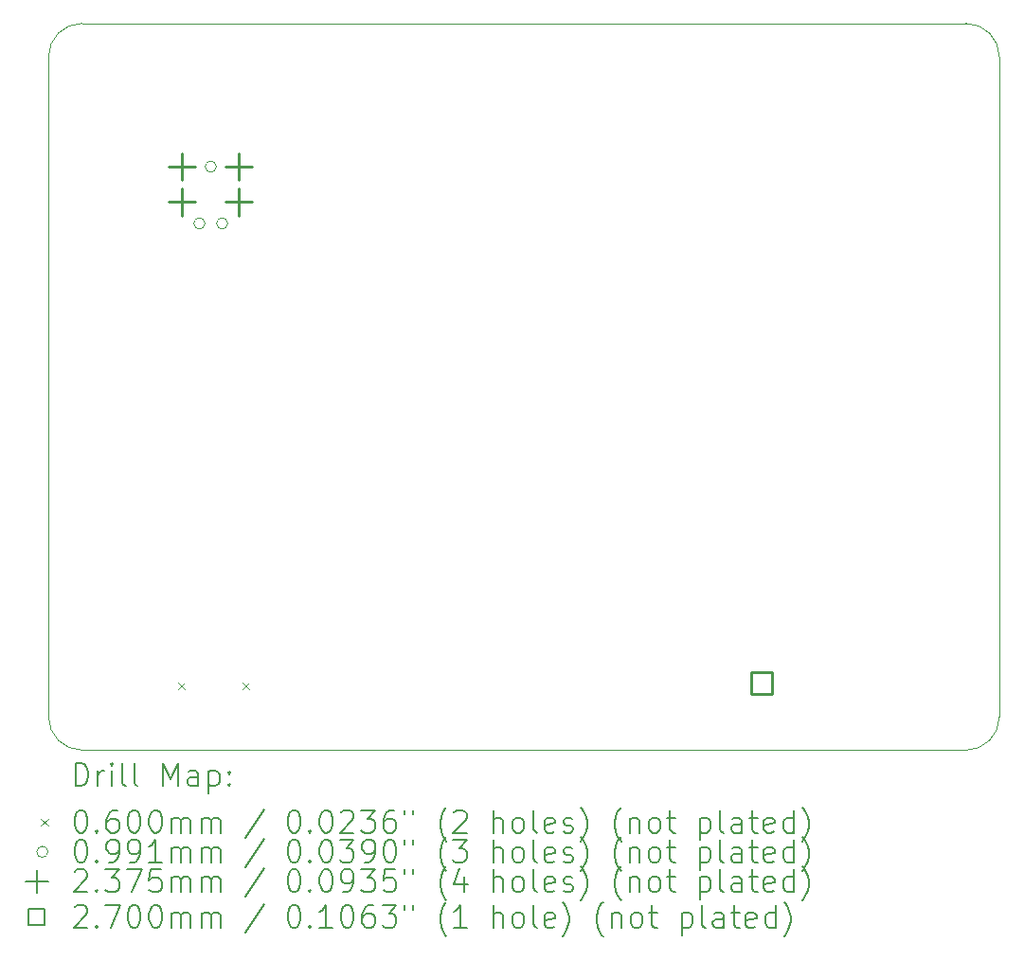
<source format=gbr>
%TF.GenerationSoftware,KiCad,Pcbnew,7.0.1*%
%TF.CreationDate,2023-07-17T00:51:04+01:00*%
%TF.ProjectId,Power Board,506f7765-7220-4426-9f61-72642e6b6963,rev?*%
%TF.SameCoordinates,Original*%
%TF.FileFunction,Drillmap*%
%TF.FilePolarity,Positive*%
%FSLAX45Y45*%
G04 Gerber Fmt 4.5, Leading zero omitted, Abs format (unit mm)*
G04 Created by KiCad (PCBNEW 7.0.1) date 2023-07-17 00:51:04*
%MOMM*%
%LPD*%
G01*
G04 APERTURE LIST*
%ADD10C,0.100000*%
%ADD11C,0.200000*%
%ADD12C,0.060000*%
%ADD13C,0.099060*%
%ADD14C,0.237490*%
%ADD15C,0.270000*%
G04 APERTURE END LIST*
D10*
X11250000Y-13250000D02*
X19150000Y-13250000D01*
X11250000Y-6750000D02*
G75*
G03*
X10950000Y-7050000I0J-300000D01*
G01*
X10950000Y-7050000D02*
X10950000Y-12950000D01*
X10950000Y-12950000D02*
G75*
G03*
X11250000Y-13250000I300000J0D01*
G01*
X19150000Y-13250000D02*
G75*
G03*
X19450000Y-12950000I0J300000D01*
G01*
X19450000Y-7050000D02*
G75*
G03*
X19150000Y-6750000I-300000J0D01*
G01*
X19450000Y-12950000D02*
X19450000Y-7050000D01*
X19150000Y-6750000D02*
X11250000Y-6750000D01*
D11*
D12*
X12106000Y-12643250D02*
X12166000Y-12703250D01*
X12166000Y-12643250D02*
X12106000Y-12703250D01*
X12684000Y-12643250D02*
X12744000Y-12703250D01*
X12744000Y-12643250D02*
X12684000Y-12703250D01*
D13*
X12347930Y-8539000D02*
G75*
G03*
X12347930Y-8539000I-49530J0D01*
G01*
X12449530Y-8031000D02*
G75*
G03*
X12449530Y-8031000I-49530J0D01*
G01*
X12551130Y-8539000D02*
G75*
G03*
X12551130Y-8539000I-49530J0D01*
G01*
D14*
X12146000Y-7912255D02*
X12146000Y-8149745D01*
X12027255Y-8031000D02*
X12264745Y-8031000D01*
X12146000Y-8229755D02*
X12146000Y-8467245D01*
X12027255Y-8348500D02*
X12264745Y-8348500D01*
X12654000Y-7912255D02*
X12654000Y-8149745D01*
X12535255Y-8031000D02*
X12772745Y-8031000D01*
X12654000Y-8229755D02*
X12654000Y-8467245D01*
X12535255Y-8348500D02*
X12772745Y-8348500D01*
D15*
X17420460Y-12745460D02*
X17420460Y-12554540D01*
X17229540Y-12554540D01*
X17229540Y-12745460D01*
X17420460Y-12745460D01*
D11*
X11192619Y-13567524D02*
X11192619Y-13367524D01*
X11192619Y-13367524D02*
X11240238Y-13367524D01*
X11240238Y-13367524D02*
X11268809Y-13377048D01*
X11268809Y-13377048D02*
X11287857Y-13396095D01*
X11287857Y-13396095D02*
X11297381Y-13415143D01*
X11297381Y-13415143D02*
X11306905Y-13453238D01*
X11306905Y-13453238D02*
X11306905Y-13481809D01*
X11306905Y-13481809D02*
X11297381Y-13519905D01*
X11297381Y-13519905D02*
X11287857Y-13538952D01*
X11287857Y-13538952D02*
X11268809Y-13558000D01*
X11268809Y-13558000D02*
X11240238Y-13567524D01*
X11240238Y-13567524D02*
X11192619Y-13567524D01*
X11392619Y-13567524D02*
X11392619Y-13434190D01*
X11392619Y-13472286D02*
X11402143Y-13453238D01*
X11402143Y-13453238D02*
X11411667Y-13443714D01*
X11411667Y-13443714D02*
X11430714Y-13434190D01*
X11430714Y-13434190D02*
X11449762Y-13434190D01*
X11516428Y-13567524D02*
X11516428Y-13434190D01*
X11516428Y-13367524D02*
X11506905Y-13377048D01*
X11506905Y-13377048D02*
X11516428Y-13386571D01*
X11516428Y-13386571D02*
X11525952Y-13377048D01*
X11525952Y-13377048D02*
X11516428Y-13367524D01*
X11516428Y-13367524D02*
X11516428Y-13386571D01*
X11640238Y-13567524D02*
X11621190Y-13558000D01*
X11621190Y-13558000D02*
X11611667Y-13538952D01*
X11611667Y-13538952D02*
X11611667Y-13367524D01*
X11745000Y-13567524D02*
X11725952Y-13558000D01*
X11725952Y-13558000D02*
X11716428Y-13538952D01*
X11716428Y-13538952D02*
X11716428Y-13367524D01*
X11973571Y-13567524D02*
X11973571Y-13367524D01*
X11973571Y-13367524D02*
X12040238Y-13510381D01*
X12040238Y-13510381D02*
X12106905Y-13367524D01*
X12106905Y-13367524D02*
X12106905Y-13567524D01*
X12287857Y-13567524D02*
X12287857Y-13462762D01*
X12287857Y-13462762D02*
X12278333Y-13443714D01*
X12278333Y-13443714D02*
X12259286Y-13434190D01*
X12259286Y-13434190D02*
X12221190Y-13434190D01*
X12221190Y-13434190D02*
X12202143Y-13443714D01*
X12287857Y-13558000D02*
X12268809Y-13567524D01*
X12268809Y-13567524D02*
X12221190Y-13567524D01*
X12221190Y-13567524D02*
X12202143Y-13558000D01*
X12202143Y-13558000D02*
X12192619Y-13538952D01*
X12192619Y-13538952D02*
X12192619Y-13519905D01*
X12192619Y-13519905D02*
X12202143Y-13500857D01*
X12202143Y-13500857D02*
X12221190Y-13491333D01*
X12221190Y-13491333D02*
X12268809Y-13491333D01*
X12268809Y-13491333D02*
X12287857Y-13481809D01*
X12383095Y-13434190D02*
X12383095Y-13634190D01*
X12383095Y-13443714D02*
X12402143Y-13434190D01*
X12402143Y-13434190D02*
X12440238Y-13434190D01*
X12440238Y-13434190D02*
X12459286Y-13443714D01*
X12459286Y-13443714D02*
X12468809Y-13453238D01*
X12468809Y-13453238D02*
X12478333Y-13472286D01*
X12478333Y-13472286D02*
X12478333Y-13529428D01*
X12478333Y-13529428D02*
X12468809Y-13548476D01*
X12468809Y-13548476D02*
X12459286Y-13558000D01*
X12459286Y-13558000D02*
X12440238Y-13567524D01*
X12440238Y-13567524D02*
X12402143Y-13567524D01*
X12402143Y-13567524D02*
X12383095Y-13558000D01*
X12564048Y-13548476D02*
X12573571Y-13558000D01*
X12573571Y-13558000D02*
X12564048Y-13567524D01*
X12564048Y-13567524D02*
X12554524Y-13558000D01*
X12554524Y-13558000D02*
X12564048Y-13548476D01*
X12564048Y-13548476D02*
X12564048Y-13567524D01*
X12564048Y-13443714D02*
X12573571Y-13453238D01*
X12573571Y-13453238D02*
X12564048Y-13462762D01*
X12564048Y-13462762D02*
X12554524Y-13453238D01*
X12554524Y-13453238D02*
X12564048Y-13443714D01*
X12564048Y-13443714D02*
X12564048Y-13462762D01*
D12*
X10885000Y-13865000D02*
X10945000Y-13925000D01*
X10945000Y-13865000D02*
X10885000Y-13925000D01*
D11*
X11230714Y-13787524D02*
X11249762Y-13787524D01*
X11249762Y-13787524D02*
X11268809Y-13797048D01*
X11268809Y-13797048D02*
X11278333Y-13806571D01*
X11278333Y-13806571D02*
X11287857Y-13825619D01*
X11287857Y-13825619D02*
X11297381Y-13863714D01*
X11297381Y-13863714D02*
X11297381Y-13911333D01*
X11297381Y-13911333D02*
X11287857Y-13949428D01*
X11287857Y-13949428D02*
X11278333Y-13968476D01*
X11278333Y-13968476D02*
X11268809Y-13978000D01*
X11268809Y-13978000D02*
X11249762Y-13987524D01*
X11249762Y-13987524D02*
X11230714Y-13987524D01*
X11230714Y-13987524D02*
X11211667Y-13978000D01*
X11211667Y-13978000D02*
X11202143Y-13968476D01*
X11202143Y-13968476D02*
X11192619Y-13949428D01*
X11192619Y-13949428D02*
X11183095Y-13911333D01*
X11183095Y-13911333D02*
X11183095Y-13863714D01*
X11183095Y-13863714D02*
X11192619Y-13825619D01*
X11192619Y-13825619D02*
X11202143Y-13806571D01*
X11202143Y-13806571D02*
X11211667Y-13797048D01*
X11211667Y-13797048D02*
X11230714Y-13787524D01*
X11383095Y-13968476D02*
X11392619Y-13978000D01*
X11392619Y-13978000D02*
X11383095Y-13987524D01*
X11383095Y-13987524D02*
X11373571Y-13978000D01*
X11373571Y-13978000D02*
X11383095Y-13968476D01*
X11383095Y-13968476D02*
X11383095Y-13987524D01*
X11564048Y-13787524D02*
X11525952Y-13787524D01*
X11525952Y-13787524D02*
X11506905Y-13797048D01*
X11506905Y-13797048D02*
X11497381Y-13806571D01*
X11497381Y-13806571D02*
X11478333Y-13835143D01*
X11478333Y-13835143D02*
X11468809Y-13873238D01*
X11468809Y-13873238D02*
X11468809Y-13949428D01*
X11468809Y-13949428D02*
X11478333Y-13968476D01*
X11478333Y-13968476D02*
X11487857Y-13978000D01*
X11487857Y-13978000D02*
X11506905Y-13987524D01*
X11506905Y-13987524D02*
X11545000Y-13987524D01*
X11545000Y-13987524D02*
X11564048Y-13978000D01*
X11564048Y-13978000D02*
X11573571Y-13968476D01*
X11573571Y-13968476D02*
X11583095Y-13949428D01*
X11583095Y-13949428D02*
X11583095Y-13901809D01*
X11583095Y-13901809D02*
X11573571Y-13882762D01*
X11573571Y-13882762D02*
X11564048Y-13873238D01*
X11564048Y-13873238D02*
X11545000Y-13863714D01*
X11545000Y-13863714D02*
X11506905Y-13863714D01*
X11506905Y-13863714D02*
X11487857Y-13873238D01*
X11487857Y-13873238D02*
X11478333Y-13882762D01*
X11478333Y-13882762D02*
X11468809Y-13901809D01*
X11706905Y-13787524D02*
X11725952Y-13787524D01*
X11725952Y-13787524D02*
X11745000Y-13797048D01*
X11745000Y-13797048D02*
X11754524Y-13806571D01*
X11754524Y-13806571D02*
X11764048Y-13825619D01*
X11764048Y-13825619D02*
X11773571Y-13863714D01*
X11773571Y-13863714D02*
X11773571Y-13911333D01*
X11773571Y-13911333D02*
X11764048Y-13949428D01*
X11764048Y-13949428D02*
X11754524Y-13968476D01*
X11754524Y-13968476D02*
X11745000Y-13978000D01*
X11745000Y-13978000D02*
X11725952Y-13987524D01*
X11725952Y-13987524D02*
X11706905Y-13987524D01*
X11706905Y-13987524D02*
X11687857Y-13978000D01*
X11687857Y-13978000D02*
X11678333Y-13968476D01*
X11678333Y-13968476D02*
X11668809Y-13949428D01*
X11668809Y-13949428D02*
X11659286Y-13911333D01*
X11659286Y-13911333D02*
X11659286Y-13863714D01*
X11659286Y-13863714D02*
X11668809Y-13825619D01*
X11668809Y-13825619D02*
X11678333Y-13806571D01*
X11678333Y-13806571D02*
X11687857Y-13797048D01*
X11687857Y-13797048D02*
X11706905Y-13787524D01*
X11897381Y-13787524D02*
X11916429Y-13787524D01*
X11916429Y-13787524D02*
X11935476Y-13797048D01*
X11935476Y-13797048D02*
X11945000Y-13806571D01*
X11945000Y-13806571D02*
X11954524Y-13825619D01*
X11954524Y-13825619D02*
X11964048Y-13863714D01*
X11964048Y-13863714D02*
X11964048Y-13911333D01*
X11964048Y-13911333D02*
X11954524Y-13949428D01*
X11954524Y-13949428D02*
X11945000Y-13968476D01*
X11945000Y-13968476D02*
X11935476Y-13978000D01*
X11935476Y-13978000D02*
X11916429Y-13987524D01*
X11916429Y-13987524D02*
X11897381Y-13987524D01*
X11897381Y-13987524D02*
X11878333Y-13978000D01*
X11878333Y-13978000D02*
X11868809Y-13968476D01*
X11868809Y-13968476D02*
X11859286Y-13949428D01*
X11859286Y-13949428D02*
X11849762Y-13911333D01*
X11849762Y-13911333D02*
X11849762Y-13863714D01*
X11849762Y-13863714D02*
X11859286Y-13825619D01*
X11859286Y-13825619D02*
X11868809Y-13806571D01*
X11868809Y-13806571D02*
X11878333Y-13797048D01*
X11878333Y-13797048D02*
X11897381Y-13787524D01*
X12049762Y-13987524D02*
X12049762Y-13854190D01*
X12049762Y-13873238D02*
X12059286Y-13863714D01*
X12059286Y-13863714D02*
X12078333Y-13854190D01*
X12078333Y-13854190D02*
X12106905Y-13854190D01*
X12106905Y-13854190D02*
X12125952Y-13863714D01*
X12125952Y-13863714D02*
X12135476Y-13882762D01*
X12135476Y-13882762D02*
X12135476Y-13987524D01*
X12135476Y-13882762D02*
X12145000Y-13863714D01*
X12145000Y-13863714D02*
X12164048Y-13854190D01*
X12164048Y-13854190D02*
X12192619Y-13854190D01*
X12192619Y-13854190D02*
X12211667Y-13863714D01*
X12211667Y-13863714D02*
X12221190Y-13882762D01*
X12221190Y-13882762D02*
X12221190Y-13987524D01*
X12316429Y-13987524D02*
X12316429Y-13854190D01*
X12316429Y-13873238D02*
X12325952Y-13863714D01*
X12325952Y-13863714D02*
X12345000Y-13854190D01*
X12345000Y-13854190D02*
X12373571Y-13854190D01*
X12373571Y-13854190D02*
X12392619Y-13863714D01*
X12392619Y-13863714D02*
X12402143Y-13882762D01*
X12402143Y-13882762D02*
X12402143Y-13987524D01*
X12402143Y-13882762D02*
X12411667Y-13863714D01*
X12411667Y-13863714D02*
X12430714Y-13854190D01*
X12430714Y-13854190D02*
X12459286Y-13854190D01*
X12459286Y-13854190D02*
X12478333Y-13863714D01*
X12478333Y-13863714D02*
X12487857Y-13882762D01*
X12487857Y-13882762D02*
X12487857Y-13987524D01*
X12878333Y-13778000D02*
X12706905Y-14035143D01*
X13135476Y-13787524D02*
X13154524Y-13787524D01*
X13154524Y-13787524D02*
X13173572Y-13797048D01*
X13173572Y-13797048D02*
X13183095Y-13806571D01*
X13183095Y-13806571D02*
X13192619Y-13825619D01*
X13192619Y-13825619D02*
X13202143Y-13863714D01*
X13202143Y-13863714D02*
X13202143Y-13911333D01*
X13202143Y-13911333D02*
X13192619Y-13949428D01*
X13192619Y-13949428D02*
X13183095Y-13968476D01*
X13183095Y-13968476D02*
X13173572Y-13978000D01*
X13173572Y-13978000D02*
X13154524Y-13987524D01*
X13154524Y-13987524D02*
X13135476Y-13987524D01*
X13135476Y-13987524D02*
X13116429Y-13978000D01*
X13116429Y-13978000D02*
X13106905Y-13968476D01*
X13106905Y-13968476D02*
X13097381Y-13949428D01*
X13097381Y-13949428D02*
X13087857Y-13911333D01*
X13087857Y-13911333D02*
X13087857Y-13863714D01*
X13087857Y-13863714D02*
X13097381Y-13825619D01*
X13097381Y-13825619D02*
X13106905Y-13806571D01*
X13106905Y-13806571D02*
X13116429Y-13797048D01*
X13116429Y-13797048D02*
X13135476Y-13787524D01*
X13287857Y-13968476D02*
X13297381Y-13978000D01*
X13297381Y-13978000D02*
X13287857Y-13987524D01*
X13287857Y-13987524D02*
X13278333Y-13978000D01*
X13278333Y-13978000D02*
X13287857Y-13968476D01*
X13287857Y-13968476D02*
X13287857Y-13987524D01*
X13421191Y-13787524D02*
X13440238Y-13787524D01*
X13440238Y-13787524D02*
X13459286Y-13797048D01*
X13459286Y-13797048D02*
X13468810Y-13806571D01*
X13468810Y-13806571D02*
X13478333Y-13825619D01*
X13478333Y-13825619D02*
X13487857Y-13863714D01*
X13487857Y-13863714D02*
X13487857Y-13911333D01*
X13487857Y-13911333D02*
X13478333Y-13949428D01*
X13478333Y-13949428D02*
X13468810Y-13968476D01*
X13468810Y-13968476D02*
X13459286Y-13978000D01*
X13459286Y-13978000D02*
X13440238Y-13987524D01*
X13440238Y-13987524D02*
X13421191Y-13987524D01*
X13421191Y-13987524D02*
X13402143Y-13978000D01*
X13402143Y-13978000D02*
X13392619Y-13968476D01*
X13392619Y-13968476D02*
X13383095Y-13949428D01*
X13383095Y-13949428D02*
X13373572Y-13911333D01*
X13373572Y-13911333D02*
X13373572Y-13863714D01*
X13373572Y-13863714D02*
X13383095Y-13825619D01*
X13383095Y-13825619D02*
X13392619Y-13806571D01*
X13392619Y-13806571D02*
X13402143Y-13797048D01*
X13402143Y-13797048D02*
X13421191Y-13787524D01*
X13564048Y-13806571D02*
X13573572Y-13797048D01*
X13573572Y-13797048D02*
X13592619Y-13787524D01*
X13592619Y-13787524D02*
X13640238Y-13787524D01*
X13640238Y-13787524D02*
X13659286Y-13797048D01*
X13659286Y-13797048D02*
X13668810Y-13806571D01*
X13668810Y-13806571D02*
X13678333Y-13825619D01*
X13678333Y-13825619D02*
X13678333Y-13844667D01*
X13678333Y-13844667D02*
X13668810Y-13873238D01*
X13668810Y-13873238D02*
X13554524Y-13987524D01*
X13554524Y-13987524D02*
X13678333Y-13987524D01*
X13745000Y-13787524D02*
X13868810Y-13787524D01*
X13868810Y-13787524D02*
X13802143Y-13863714D01*
X13802143Y-13863714D02*
X13830714Y-13863714D01*
X13830714Y-13863714D02*
X13849762Y-13873238D01*
X13849762Y-13873238D02*
X13859286Y-13882762D01*
X13859286Y-13882762D02*
X13868810Y-13901809D01*
X13868810Y-13901809D02*
X13868810Y-13949428D01*
X13868810Y-13949428D02*
X13859286Y-13968476D01*
X13859286Y-13968476D02*
X13849762Y-13978000D01*
X13849762Y-13978000D02*
X13830714Y-13987524D01*
X13830714Y-13987524D02*
X13773572Y-13987524D01*
X13773572Y-13987524D02*
X13754524Y-13978000D01*
X13754524Y-13978000D02*
X13745000Y-13968476D01*
X14040238Y-13787524D02*
X14002143Y-13787524D01*
X14002143Y-13787524D02*
X13983095Y-13797048D01*
X13983095Y-13797048D02*
X13973572Y-13806571D01*
X13973572Y-13806571D02*
X13954524Y-13835143D01*
X13954524Y-13835143D02*
X13945000Y-13873238D01*
X13945000Y-13873238D02*
X13945000Y-13949428D01*
X13945000Y-13949428D02*
X13954524Y-13968476D01*
X13954524Y-13968476D02*
X13964048Y-13978000D01*
X13964048Y-13978000D02*
X13983095Y-13987524D01*
X13983095Y-13987524D02*
X14021191Y-13987524D01*
X14021191Y-13987524D02*
X14040238Y-13978000D01*
X14040238Y-13978000D02*
X14049762Y-13968476D01*
X14049762Y-13968476D02*
X14059286Y-13949428D01*
X14059286Y-13949428D02*
X14059286Y-13901809D01*
X14059286Y-13901809D02*
X14049762Y-13882762D01*
X14049762Y-13882762D02*
X14040238Y-13873238D01*
X14040238Y-13873238D02*
X14021191Y-13863714D01*
X14021191Y-13863714D02*
X13983095Y-13863714D01*
X13983095Y-13863714D02*
X13964048Y-13873238D01*
X13964048Y-13873238D02*
X13954524Y-13882762D01*
X13954524Y-13882762D02*
X13945000Y-13901809D01*
X14135476Y-13787524D02*
X14135476Y-13825619D01*
X14211667Y-13787524D02*
X14211667Y-13825619D01*
X14506905Y-14063714D02*
X14497381Y-14054190D01*
X14497381Y-14054190D02*
X14478334Y-14025619D01*
X14478334Y-14025619D02*
X14468810Y-14006571D01*
X14468810Y-14006571D02*
X14459286Y-13978000D01*
X14459286Y-13978000D02*
X14449762Y-13930381D01*
X14449762Y-13930381D02*
X14449762Y-13892286D01*
X14449762Y-13892286D02*
X14459286Y-13844667D01*
X14459286Y-13844667D02*
X14468810Y-13816095D01*
X14468810Y-13816095D02*
X14478334Y-13797048D01*
X14478334Y-13797048D02*
X14497381Y-13768476D01*
X14497381Y-13768476D02*
X14506905Y-13758952D01*
X14573572Y-13806571D02*
X14583095Y-13797048D01*
X14583095Y-13797048D02*
X14602143Y-13787524D01*
X14602143Y-13787524D02*
X14649762Y-13787524D01*
X14649762Y-13787524D02*
X14668810Y-13797048D01*
X14668810Y-13797048D02*
X14678334Y-13806571D01*
X14678334Y-13806571D02*
X14687857Y-13825619D01*
X14687857Y-13825619D02*
X14687857Y-13844667D01*
X14687857Y-13844667D02*
X14678334Y-13873238D01*
X14678334Y-13873238D02*
X14564048Y-13987524D01*
X14564048Y-13987524D02*
X14687857Y-13987524D01*
X14925953Y-13987524D02*
X14925953Y-13787524D01*
X15011667Y-13987524D02*
X15011667Y-13882762D01*
X15011667Y-13882762D02*
X15002143Y-13863714D01*
X15002143Y-13863714D02*
X14983096Y-13854190D01*
X14983096Y-13854190D02*
X14954524Y-13854190D01*
X14954524Y-13854190D02*
X14935476Y-13863714D01*
X14935476Y-13863714D02*
X14925953Y-13873238D01*
X15135476Y-13987524D02*
X15116429Y-13978000D01*
X15116429Y-13978000D02*
X15106905Y-13968476D01*
X15106905Y-13968476D02*
X15097381Y-13949428D01*
X15097381Y-13949428D02*
X15097381Y-13892286D01*
X15097381Y-13892286D02*
X15106905Y-13873238D01*
X15106905Y-13873238D02*
X15116429Y-13863714D01*
X15116429Y-13863714D02*
X15135476Y-13854190D01*
X15135476Y-13854190D02*
X15164048Y-13854190D01*
X15164048Y-13854190D02*
X15183096Y-13863714D01*
X15183096Y-13863714D02*
X15192619Y-13873238D01*
X15192619Y-13873238D02*
X15202143Y-13892286D01*
X15202143Y-13892286D02*
X15202143Y-13949428D01*
X15202143Y-13949428D02*
X15192619Y-13968476D01*
X15192619Y-13968476D02*
X15183096Y-13978000D01*
X15183096Y-13978000D02*
X15164048Y-13987524D01*
X15164048Y-13987524D02*
X15135476Y-13987524D01*
X15316429Y-13987524D02*
X15297381Y-13978000D01*
X15297381Y-13978000D02*
X15287857Y-13958952D01*
X15287857Y-13958952D02*
X15287857Y-13787524D01*
X15468810Y-13978000D02*
X15449762Y-13987524D01*
X15449762Y-13987524D02*
X15411667Y-13987524D01*
X15411667Y-13987524D02*
X15392619Y-13978000D01*
X15392619Y-13978000D02*
X15383096Y-13958952D01*
X15383096Y-13958952D02*
X15383096Y-13882762D01*
X15383096Y-13882762D02*
X15392619Y-13863714D01*
X15392619Y-13863714D02*
X15411667Y-13854190D01*
X15411667Y-13854190D02*
X15449762Y-13854190D01*
X15449762Y-13854190D02*
X15468810Y-13863714D01*
X15468810Y-13863714D02*
X15478334Y-13882762D01*
X15478334Y-13882762D02*
X15478334Y-13901809D01*
X15478334Y-13901809D02*
X15383096Y-13920857D01*
X15554524Y-13978000D02*
X15573572Y-13987524D01*
X15573572Y-13987524D02*
X15611667Y-13987524D01*
X15611667Y-13987524D02*
X15630715Y-13978000D01*
X15630715Y-13978000D02*
X15640238Y-13958952D01*
X15640238Y-13958952D02*
X15640238Y-13949428D01*
X15640238Y-13949428D02*
X15630715Y-13930381D01*
X15630715Y-13930381D02*
X15611667Y-13920857D01*
X15611667Y-13920857D02*
X15583096Y-13920857D01*
X15583096Y-13920857D02*
X15564048Y-13911333D01*
X15564048Y-13911333D02*
X15554524Y-13892286D01*
X15554524Y-13892286D02*
X15554524Y-13882762D01*
X15554524Y-13882762D02*
X15564048Y-13863714D01*
X15564048Y-13863714D02*
X15583096Y-13854190D01*
X15583096Y-13854190D02*
X15611667Y-13854190D01*
X15611667Y-13854190D02*
X15630715Y-13863714D01*
X15706905Y-14063714D02*
X15716429Y-14054190D01*
X15716429Y-14054190D02*
X15735477Y-14025619D01*
X15735477Y-14025619D02*
X15745000Y-14006571D01*
X15745000Y-14006571D02*
X15754524Y-13978000D01*
X15754524Y-13978000D02*
X15764048Y-13930381D01*
X15764048Y-13930381D02*
X15764048Y-13892286D01*
X15764048Y-13892286D02*
X15754524Y-13844667D01*
X15754524Y-13844667D02*
X15745000Y-13816095D01*
X15745000Y-13816095D02*
X15735477Y-13797048D01*
X15735477Y-13797048D02*
X15716429Y-13768476D01*
X15716429Y-13768476D02*
X15706905Y-13758952D01*
X16068810Y-14063714D02*
X16059286Y-14054190D01*
X16059286Y-14054190D02*
X16040238Y-14025619D01*
X16040238Y-14025619D02*
X16030715Y-14006571D01*
X16030715Y-14006571D02*
X16021191Y-13978000D01*
X16021191Y-13978000D02*
X16011667Y-13930381D01*
X16011667Y-13930381D02*
X16011667Y-13892286D01*
X16011667Y-13892286D02*
X16021191Y-13844667D01*
X16021191Y-13844667D02*
X16030715Y-13816095D01*
X16030715Y-13816095D02*
X16040238Y-13797048D01*
X16040238Y-13797048D02*
X16059286Y-13768476D01*
X16059286Y-13768476D02*
X16068810Y-13758952D01*
X16145000Y-13854190D02*
X16145000Y-13987524D01*
X16145000Y-13873238D02*
X16154524Y-13863714D01*
X16154524Y-13863714D02*
X16173572Y-13854190D01*
X16173572Y-13854190D02*
X16202143Y-13854190D01*
X16202143Y-13854190D02*
X16221191Y-13863714D01*
X16221191Y-13863714D02*
X16230715Y-13882762D01*
X16230715Y-13882762D02*
X16230715Y-13987524D01*
X16354524Y-13987524D02*
X16335477Y-13978000D01*
X16335477Y-13978000D02*
X16325953Y-13968476D01*
X16325953Y-13968476D02*
X16316429Y-13949428D01*
X16316429Y-13949428D02*
X16316429Y-13892286D01*
X16316429Y-13892286D02*
X16325953Y-13873238D01*
X16325953Y-13873238D02*
X16335477Y-13863714D01*
X16335477Y-13863714D02*
X16354524Y-13854190D01*
X16354524Y-13854190D02*
X16383096Y-13854190D01*
X16383096Y-13854190D02*
X16402143Y-13863714D01*
X16402143Y-13863714D02*
X16411667Y-13873238D01*
X16411667Y-13873238D02*
X16421191Y-13892286D01*
X16421191Y-13892286D02*
X16421191Y-13949428D01*
X16421191Y-13949428D02*
X16411667Y-13968476D01*
X16411667Y-13968476D02*
X16402143Y-13978000D01*
X16402143Y-13978000D02*
X16383096Y-13987524D01*
X16383096Y-13987524D02*
X16354524Y-13987524D01*
X16478334Y-13854190D02*
X16554524Y-13854190D01*
X16506905Y-13787524D02*
X16506905Y-13958952D01*
X16506905Y-13958952D02*
X16516429Y-13978000D01*
X16516429Y-13978000D02*
X16535477Y-13987524D01*
X16535477Y-13987524D02*
X16554524Y-13987524D01*
X16773572Y-13854190D02*
X16773572Y-14054190D01*
X16773572Y-13863714D02*
X16792620Y-13854190D01*
X16792620Y-13854190D02*
X16830715Y-13854190D01*
X16830715Y-13854190D02*
X16849762Y-13863714D01*
X16849762Y-13863714D02*
X16859286Y-13873238D01*
X16859286Y-13873238D02*
X16868810Y-13892286D01*
X16868810Y-13892286D02*
X16868810Y-13949428D01*
X16868810Y-13949428D02*
X16859286Y-13968476D01*
X16859286Y-13968476D02*
X16849762Y-13978000D01*
X16849762Y-13978000D02*
X16830715Y-13987524D01*
X16830715Y-13987524D02*
X16792620Y-13987524D01*
X16792620Y-13987524D02*
X16773572Y-13978000D01*
X16983096Y-13987524D02*
X16964048Y-13978000D01*
X16964048Y-13978000D02*
X16954524Y-13958952D01*
X16954524Y-13958952D02*
X16954524Y-13787524D01*
X17145001Y-13987524D02*
X17145001Y-13882762D01*
X17145001Y-13882762D02*
X17135477Y-13863714D01*
X17135477Y-13863714D02*
X17116429Y-13854190D01*
X17116429Y-13854190D02*
X17078334Y-13854190D01*
X17078334Y-13854190D02*
X17059286Y-13863714D01*
X17145001Y-13978000D02*
X17125953Y-13987524D01*
X17125953Y-13987524D02*
X17078334Y-13987524D01*
X17078334Y-13987524D02*
X17059286Y-13978000D01*
X17059286Y-13978000D02*
X17049762Y-13958952D01*
X17049762Y-13958952D02*
X17049762Y-13939905D01*
X17049762Y-13939905D02*
X17059286Y-13920857D01*
X17059286Y-13920857D02*
X17078334Y-13911333D01*
X17078334Y-13911333D02*
X17125953Y-13911333D01*
X17125953Y-13911333D02*
X17145001Y-13901809D01*
X17211667Y-13854190D02*
X17287858Y-13854190D01*
X17240239Y-13787524D02*
X17240239Y-13958952D01*
X17240239Y-13958952D02*
X17249762Y-13978000D01*
X17249762Y-13978000D02*
X17268810Y-13987524D01*
X17268810Y-13987524D02*
X17287858Y-13987524D01*
X17430715Y-13978000D02*
X17411667Y-13987524D01*
X17411667Y-13987524D02*
X17373572Y-13987524D01*
X17373572Y-13987524D02*
X17354524Y-13978000D01*
X17354524Y-13978000D02*
X17345001Y-13958952D01*
X17345001Y-13958952D02*
X17345001Y-13882762D01*
X17345001Y-13882762D02*
X17354524Y-13863714D01*
X17354524Y-13863714D02*
X17373572Y-13854190D01*
X17373572Y-13854190D02*
X17411667Y-13854190D01*
X17411667Y-13854190D02*
X17430715Y-13863714D01*
X17430715Y-13863714D02*
X17440239Y-13882762D01*
X17440239Y-13882762D02*
X17440239Y-13901809D01*
X17440239Y-13901809D02*
X17345001Y-13920857D01*
X17611667Y-13987524D02*
X17611667Y-13787524D01*
X17611667Y-13978000D02*
X17592620Y-13987524D01*
X17592620Y-13987524D02*
X17554524Y-13987524D01*
X17554524Y-13987524D02*
X17535477Y-13978000D01*
X17535477Y-13978000D02*
X17525953Y-13968476D01*
X17525953Y-13968476D02*
X17516429Y-13949428D01*
X17516429Y-13949428D02*
X17516429Y-13892286D01*
X17516429Y-13892286D02*
X17525953Y-13873238D01*
X17525953Y-13873238D02*
X17535477Y-13863714D01*
X17535477Y-13863714D02*
X17554524Y-13854190D01*
X17554524Y-13854190D02*
X17592620Y-13854190D01*
X17592620Y-13854190D02*
X17611667Y-13863714D01*
X17687858Y-14063714D02*
X17697382Y-14054190D01*
X17697382Y-14054190D02*
X17716429Y-14025619D01*
X17716429Y-14025619D02*
X17725953Y-14006571D01*
X17725953Y-14006571D02*
X17735477Y-13978000D01*
X17735477Y-13978000D02*
X17745001Y-13930381D01*
X17745001Y-13930381D02*
X17745001Y-13892286D01*
X17745001Y-13892286D02*
X17735477Y-13844667D01*
X17735477Y-13844667D02*
X17725953Y-13816095D01*
X17725953Y-13816095D02*
X17716429Y-13797048D01*
X17716429Y-13797048D02*
X17697382Y-13768476D01*
X17697382Y-13768476D02*
X17687858Y-13758952D01*
D13*
X10945000Y-14159000D02*
G75*
G03*
X10945000Y-14159000I-49530J0D01*
G01*
D11*
X11230714Y-14051524D02*
X11249762Y-14051524D01*
X11249762Y-14051524D02*
X11268809Y-14061048D01*
X11268809Y-14061048D02*
X11278333Y-14070571D01*
X11278333Y-14070571D02*
X11287857Y-14089619D01*
X11287857Y-14089619D02*
X11297381Y-14127714D01*
X11297381Y-14127714D02*
X11297381Y-14175333D01*
X11297381Y-14175333D02*
X11287857Y-14213428D01*
X11287857Y-14213428D02*
X11278333Y-14232476D01*
X11278333Y-14232476D02*
X11268809Y-14242000D01*
X11268809Y-14242000D02*
X11249762Y-14251524D01*
X11249762Y-14251524D02*
X11230714Y-14251524D01*
X11230714Y-14251524D02*
X11211667Y-14242000D01*
X11211667Y-14242000D02*
X11202143Y-14232476D01*
X11202143Y-14232476D02*
X11192619Y-14213428D01*
X11192619Y-14213428D02*
X11183095Y-14175333D01*
X11183095Y-14175333D02*
X11183095Y-14127714D01*
X11183095Y-14127714D02*
X11192619Y-14089619D01*
X11192619Y-14089619D02*
X11202143Y-14070571D01*
X11202143Y-14070571D02*
X11211667Y-14061048D01*
X11211667Y-14061048D02*
X11230714Y-14051524D01*
X11383095Y-14232476D02*
X11392619Y-14242000D01*
X11392619Y-14242000D02*
X11383095Y-14251524D01*
X11383095Y-14251524D02*
X11373571Y-14242000D01*
X11373571Y-14242000D02*
X11383095Y-14232476D01*
X11383095Y-14232476D02*
X11383095Y-14251524D01*
X11487857Y-14251524D02*
X11525952Y-14251524D01*
X11525952Y-14251524D02*
X11545000Y-14242000D01*
X11545000Y-14242000D02*
X11554524Y-14232476D01*
X11554524Y-14232476D02*
X11573571Y-14203905D01*
X11573571Y-14203905D02*
X11583095Y-14165809D01*
X11583095Y-14165809D02*
X11583095Y-14089619D01*
X11583095Y-14089619D02*
X11573571Y-14070571D01*
X11573571Y-14070571D02*
X11564048Y-14061048D01*
X11564048Y-14061048D02*
X11545000Y-14051524D01*
X11545000Y-14051524D02*
X11506905Y-14051524D01*
X11506905Y-14051524D02*
X11487857Y-14061048D01*
X11487857Y-14061048D02*
X11478333Y-14070571D01*
X11478333Y-14070571D02*
X11468809Y-14089619D01*
X11468809Y-14089619D02*
X11468809Y-14137238D01*
X11468809Y-14137238D02*
X11478333Y-14156286D01*
X11478333Y-14156286D02*
X11487857Y-14165809D01*
X11487857Y-14165809D02*
X11506905Y-14175333D01*
X11506905Y-14175333D02*
X11545000Y-14175333D01*
X11545000Y-14175333D02*
X11564048Y-14165809D01*
X11564048Y-14165809D02*
X11573571Y-14156286D01*
X11573571Y-14156286D02*
X11583095Y-14137238D01*
X11678333Y-14251524D02*
X11716428Y-14251524D01*
X11716428Y-14251524D02*
X11735476Y-14242000D01*
X11735476Y-14242000D02*
X11745000Y-14232476D01*
X11745000Y-14232476D02*
X11764048Y-14203905D01*
X11764048Y-14203905D02*
X11773571Y-14165809D01*
X11773571Y-14165809D02*
X11773571Y-14089619D01*
X11773571Y-14089619D02*
X11764048Y-14070571D01*
X11764048Y-14070571D02*
X11754524Y-14061048D01*
X11754524Y-14061048D02*
X11735476Y-14051524D01*
X11735476Y-14051524D02*
X11697381Y-14051524D01*
X11697381Y-14051524D02*
X11678333Y-14061048D01*
X11678333Y-14061048D02*
X11668809Y-14070571D01*
X11668809Y-14070571D02*
X11659286Y-14089619D01*
X11659286Y-14089619D02*
X11659286Y-14137238D01*
X11659286Y-14137238D02*
X11668809Y-14156286D01*
X11668809Y-14156286D02*
X11678333Y-14165809D01*
X11678333Y-14165809D02*
X11697381Y-14175333D01*
X11697381Y-14175333D02*
X11735476Y-14175333D01*
X11735476Y-14175333D02*
X11754524Y-14165809D01*
X11754524Y-14165809D02*
X11764048Y-14156286D01*
X11764048Y-14156286D02*
X11773571Y-14137238D01*
X11964048Y-14251524D02*
X11849762Y-14251524D01*
X11906905Y-14251524D02*
X11906905Y-14051524D01*
X11906905Y-14051524D02*
X11887857Y-14080095D01*
X11887857Y-14080095D02*
X11868809Y-14099143D01*
X11868809Y-14099143D02*
X11849762Y-14108667D01*
X12049762Y-14251524D02*
X12049762Y-14118190D01*
X12049762Y-14137238D02*
X12059286Y-14127714D01*
X12059286Y-14127714D02*
X12078333Y-14118190D01*
X12078333Y-14118190D02*
X12106905Y-14118190D01*
X12106905Y-14118190D02*
X12125952Y-14127714D01*
X12125952Y-14127714D02*
X12135476Y-14146762D01*
X12135476Y-14146762D02*
X12135476Y-14251524D01*
X12135476Y-14146762D02*
X12145000Y-14127714D01*
X12145000Y-14127714D02*
X12164048Y-14118190D01*
X12164048Y-14118190D02*
X12192619Y-14118190D01*
X12192619Y-14118190D02*
X12211667Y-14127714D01*
X12211667Y-14127714D02*
X12221190Y-14146762D01*
X12221190Y-14146762D02*
X12221190Y-14251524D01*
X12316429Y-14251524D02*
X12316429Y-14118190D01*
X12316429Y-14137238D02*
X12325952Y-14127714D01*
X12325952Y-14127714D02*
X12345000Y-14118190D01*
X12345000Y-14118190D02*
X12373571Y-14118190D01*
X12373571Y-14118190D02*
X12392619Y-14127714D01*
X12392619Y-14127714D02*
X12402143Y-14146762D01*
X12402143Y-14146762D02*
X12402143Y-14251524D01*
X12402143Y-14146762D02*
X12411667Y-14127714D01*
X12411667Y-14127714D02*
X12430714Y-14118190D01*
X12430714Y-14118190D02*
X12459286Y-14118190D01*
X12459286Y-14118190D02*
X12478333Y-14127714D01*
X12478333Y-14127714D02*
X12487857Y-14146762D01*
X12487857Y-14146762D02*
X12487857Y-14251524D01*
X12878333Y-14042000D02*
X12706905Y-14299143D01*
X13135476Y-14051524D02*
X13154524Y-14051524D01*
X13154524Y-14051524D02*
X13173572Y-14061048D01*
X13173572Y-14061048D02*
X13183095Y-14070571D01*
X13183095Y-14070571D02*
X13192619Y-14089619D01*
X13192619Y-14089619D02*
X13202143Y-14127714D01*
X13202143Y-14127714D02*
X13202143Y-14175333D01*
X13202143Y-14175333D02*
X13192619Y-14213428D01*
X13192619Y-14213428D02*
X13183095Y-14232476D01*
X13183095Y-14232476D02*
X13173572Y-14242000D01*
X13173572Y-14242000D02*
X13154524Y-14251524D01*
X13154524Y-14251524D02*
X13135476Y-14251524D01*
X13135476Y-14251524D02*
X13116429Y-14242000D01*
X13116429Y-14242000D02*
X13106905Y-14232476D01*
X13106905Y-14232476D02*
X13097381Y-14213428D01*
X13097381Y-14213428D02*
X13087857Y-14175333D01*
X13087857Y-14175333D02*
X13087857Y-14127714D01*
X13087857Y-14127714D02*
X13097381Y-14089619D01*
X13097381Y-14089619D02*
X13106905Y-14070571D01*
X13106905Y-14070571D02*
X13116429Y-14061048D01*
X13116429Y-14061048D02*
X13135476Y-14051524D01*
X13287857Y-14232476D02*
X13297381Y-14242000D01*
X13297381Y-14242000D02*
X13287857Y-14251524D01*
X13287857Y-14251524D02*
X13278333Y-14242000D01*
X13278333Y-14242000D02*
X13287857Y-14232476D01*
X13287857Y-14232476D02*
X13287857Y-14251524D01*
X13421191Y-14051524D02*
X13440238Y-14051524D01*
X13440238Y-14051524D02*
X13459286Y-14061048D01*
X13459286Y-14061048D02*
X13468810Y-14070571D01*
X13468810Y-14070571D02*
X13478333Y-14089619D01*
X13478333Y-14089619D02*
X13487857Y-14127714D01*
X13487857Y-14127714D02*
X13487857Y-14175333D01*
X13487857Y-14175333D02*
X13478333Y-14213428D01*
X13478333Y-14213428D02*
X13468810Y-14232476D01*
X13468810Y-14232476D02*
X13459286Y-14242000D01*
X13459286Y-14242000D02*
X13440238Y-14251524D01*
X13440238Y-14251524D02*
X13421191Y-14251524D01*
X13421191Y-14251524D02*
X13402143Y-14242000D01*
X13402143Y-14242000D02*
X13392619Y-14232476D01*
X13392619Y-14232476D02*
X13383095Y-14213428D01*
X13383095Y-14213428D02*
X13373572Y-14175333D01*
X13373572Y-14175333D02*
X13373572Y-14127714D01*
X13373572Y-14127714D02*
X13383095Y-14089619D01*
X13383095Y-14089619D02*
X13392619Y-14070571D01*
X13392619Y-14070571D02*
X13402143Y-14061048D01*
X13402143Y-14061048D02*
X13421191Y-14051524D01*
X13554524Y-14051524D02*
X13678333Y-14051524D01*
X13678333Y-14051524D02*
X13611667Y-14127714D01*
X13611667Y-14127714D02*
X13640238Y-14127714D01*
X13640238Y-14127714D02*
X13659286Y-14137238D01*
X13659286Y-14137238D02*
X13668810Y-14146762D01*
X13668810Y-14146762D02*
X13678333Y-14165809D01*
X13678333Y-14165809D02*
X13678333Y-14213428D01*
X13678333Y-14213428D02*
X13668810Y-14232476D01*
X13668810Y-14232476D02*
X13659286Y-14242000D01*
X13659286Y-14242000D02*
X13640238Y-14251524D01*
X13640238Y-14251524D02*
X13583095Y-14251524D01*
X13583095Y-14251524D02*
X13564048Y-14242000D01*
X13564048Y-14242000D02*
X13554524Y-14232476D01*
X13773572Y-14251524D02*
X13811667Y-14251524D01*
X13811667Y-14251524D02*
X13830714Y-14242000D01*
X13830714Y-14242000D02*
X13840238Y-14232476D01*
X13840238Y-14232476D02*
X13859286Y-14203905D01*
X13859286Y-14203905D02*
X13868810Y-14165809D01*
X13868810Y-14165809D02*
X13868810Y-14089619D01*
X13868810Y-14089619D02*
X13859286Y-14070571D01*
X13859286Y-14070571D02*
X13849762Y-14061048D01*
X13849762Y-14061048D02*
X13830714Y-14051524D01*
X13830714Y-14051524D02*
X13792619Y-14051524D01*
X13792619Y-14051524D02*
X13773572Y-14061048D01*
X13773572Y-14061048D02*
X13764048Y-14070571D01*
X13764048Y-14070571D02*
X13754524Y-14089619D01*
X13754524Y-14089619D02*
X13754524Y-14137238D01*
X13754524Y-14137238D02*
X13764048Y-14156286D01*
X13764048Y-14156286D02*
X13773572Y-14165809D01*
X13773572Y-14165809D02*
X13792619Y-14175333D01*
X13792619Y-14175333D02*
X13830714Y-14175333D01*
X13830714Y-14175333D02*
X13849762Y-14165809D01*
X13849762Y-14165809D02*
X13859286Y-14156286D01*
X13859286Y-14156286D02*
X13868810Y-14137238D01*
X13992619Y-14051524D02*
X14011667Y-14051524D01*
X14011667Y-14051524D02*
X14030714Y-14061048D01*
X14030714Y-14061048D02*
X14040238Y-14070571D01*
X14040238Y-14070571D02*
X14049762Y-14089619D01*
X14049762Y-14089619D02*
X14059286Y-14127714D01*
X14059286Y-14127714D02*
X14059286Y-14175333D01*
X14059286Y-14175333D02*
X14049762Y-14213428D01*
X14049762Y-14213428D02*
X14040238Y-14232476D01*
X14040238Y-14232476D02*
X14030714Y-14242000D01*
X14030714Y-14242000D02*
X14011667Y-14251524D01*
X14011667Y-14251524D02*
X13992619Y-14251524D01*
X13992619Y-14251524D02*
X13973572Y-14242000D01*
X13973572Y-14242000D02*
X13964048Y-14232476D01*
X13964048Y-14232476D02*
X13954524Y-14213428D01*
X13954524Y-14213428D02*
X13945000Y-14175333D01*
X13945000Y-14175333D02*
X13945000Y-14127714D01*
X13945000Y-14127714D02*
X13954524Y-14089619D01*
X13954524Y-14089619D02*
X13964048Y-14070571D01*
X13964048Y-14070571D02*
X13973572Y-14061048D01*
X13973572Y-14061048D02*
X13992619Y-14051524D01*
X14135476Y-14051524D02*
X14135476Y-14089619D01*
X14211667Y-14051524D02*
X14211667Y-14089619D01*
X14506905Y-14327714D02*
X14497381Y-14318190D01*
X14497381Y-14318190D02*
X14478334Y-14289619D01*
X14478334Y-14289619D02*
X14468810Y-14270571D01*
X14468810Y-14270571D02*
X14459286Y-14242000D01*
X14459286Y-14242000D02*
X14449762Y-14194381D01*
X14449762Y-14194381D02*
X14449762Y-14156286D01*
X14449762Y-14156286D02*
X14459286Y-14108667D01*
X14459286Y-14108667D02*
X14468810Y-14080095D01*
X14468810Y-14080095D02*
X14478334Y-14061048D01*
X14478334Y-14061048D02*
X14497381Y-14032476D01*
X14497381Y-14032476D02*
X14506905Y-14022952D01*
X14564048Y-14051524D02*
X14687857Y-14051524D01*
X14687857Y-14051524D02*
X14621191Y-14127714D01*
X14621191Y-14127714D02*
X14649762Y-14127714D01*
X14649762Y-14127714D02*
X14668810Y-14137238D01*
X14668810Y-14137238D02*
X14678334Y-14146762D01*
X14678334Y-14146762D02*
X14687857Y-14165809D01*
X14687857Y-14165809D02*
X14687857Y-14213428D01*
X14687857Y-14213428D02*
X14678334Y-14232476D01*
X14678334Y-14232476D02*
X14668810Y-14242000D01*
X14668810Y-14242000D02*
X14649762Y-14251524D01*
X14649762Y-14251524D02*
X14592619Y-14251524D01*
X14592619Y-14251524D02*
X14573572Y-14242000D01*
X14573572Y-14242000D02*
X14564048Y-14232476D01*
X14925953Y-14251524D02*
X14925953Y-14051524D01*
X15011667Y-14251524D02*
X15011667Y-14146762D01*
X15011667Y-14146762D02*
X15002143Y-14127714D01*
X15002143Y-14127714D02*
X14983096Y-14118190D01*
X14983096Y-14118190D02*
X14954524Y-14118190D01*
X14954524Y-14118190D02*
X14935476Y-14127714D01*
X14935476Y-14127714D02*
X14925953Y-14137238D01*
X15135476Y-14251524D02*
X15116429Y-14242000D01*
X15116429Y-14242000D02*
X15106905Y-14232476D01*
X15106905Y-14232476D02*
X15097381Y-14213428D01*
X15097381Y-14213428D02*
X15097381Y-14156286D01*
X15097381Y-14156286D02*
X15106905Y-14137238D01*
X15106905Y-14137238D02*
X15116429Y-14127714D01*
X15116429Y-14127714D02*
X15135476Y-14118190D01*
X15135476Y-14118190D02*
X15164048Y-14118190D01*
X15164048Y-14118190D02*
X15183096Y-14127714D01*
X15183096Y-14127714D02*
X15192619Y-14137238D01*
X15192619Y-14137238D02*
X15202143Y-14156286D01*
X15202143Y-14156286D02*
X15202143Y-14213428D01*
X15202143Y-14213428D02*
X15192619Y-14232476D01*
X15192619Y-14232476D02*
X15183096Y-14242000D01*
X15183096Y-14242000D02*
X15164048Y-14251524D01*
X15164048Y-14251524D02*
X15135476Y-14251524D01*
X15316429Y-14251524D02*
X15297381Y-14242000D01*
X15297381Y-14242000D02*
X15287857Y-14222952D01*
X15287857Y-14222952D02*
X15287857Y-14051524D01*
X15468810Y-14242000D02*
X15449762Y-14251524D01*
X15449762Y-14251524D02*
X15411667Y-14251524D01*
X15411667Y-14251524D02*
X15392619Y-14242000D01*
X15392619Y-14242000D02*
X15383096Y-14222952D01*
X15383096Y-14222952D02*
X15383096Y-14146762D01*
X15383096Y-14146762D02*
X15392619Y-14127714D01*
X15392619Y-14127714D02*
X15411667Y-14118190D01*
X15411667Y-14118190D02*
X15449762Y-14118190D01*
X15449762Y-14118190D02*
X15468810Y-14127714D01*
X15468810Y-14127714D02*
X15478334Y-14146762D01*
X15478334Y-14146762D02*
X15478334Y-14165809D01*
X15478334Y-14165809D02*
X15383096Y-14184857D01*
X15554524Y-14242000D02*
X15573572Y-14251524D01*
X15573572Y-14251524D02*
X15611667Y-14251524D01*
X15611667Y-14251524D02*
X15630715Y-14242000D01*
X15630715Y-14242000D02*
X15640238Y-14222952D01*
X15640238Y-14222952D02*
X15640238Y-14213428D01*
X15640238Y-14213428D02*
X15630715Y-14194381D01*
X15630715Y-14194381D02*
X15611667Y-14184857D01*
X15611667Y-14184857D02*
X15583096Y-14184857D01*
X15583096Y-14184857D02*
X15564048Y-14175333D01*
X15564048Y-14175333D02*
X15554524Y-14156286D01*
X15554524Y-14156286D02*
X15554524Y-14146762D01*
X15554524Y-14146762D02*
X15564048Y-14127714D01*
X15564048Y-14127714D02*
X15583096Y-14118190D01*
X15583096Y-14118190D02*
X15611667Y-14118190D01*
X15611667Y-14118190D02*
X15630715Y-14127714D01*
X15706905Y-14327714D02*
X15716429Y-14318190D01*
X15716429Y-14318190D02*
X15735477Y-14289619D01*
X15735477Y-14289619D02*
X15745000Y-14270571D01*
X15745000Y-14270571D02*
X15754524Y-14242000D01*
X15754524Y-14242000D02*
X15764048Y-14194381D01*
X15764048Y-14194381D02*
X15764048Y-14156286D01*
X15764048Y-14156286D02*
X15754524Y-14108667D01*
X15754524Y-14108667D02*
X15745000Y-14080095D01*
X15745000Y-14080095D02*
X15735477Y-14061048D01*
X15735477Y-14061048D02*
X15716429Y-14032476D01*
X15716429Y-14032476D02*
X15706905Y-14022952D01*
X16068810Y-14327714D02*
X16059286Y-14318190D01*
X16059286Y-14318190D02*
X16040238Y-14289619D01*
X16040238Y-14289619D02*
X16030715Y-14270571D01*
X16030715Y-14270571D02*
X16021191Y-14242000D01*
X16021191Y-14242000D02*
X16011667Y-14194381D01*
X16011667Y-14194381D02*
X16011667Y-14156286D01*
X16011667Y-14156286D02*
X16021191Y-14108667D01*
X16021191Y-14108667D02*
X16030715Y-14080095D01*
X16030715Y-14080095D02*
X16040238Y-14061048D01*
X16040238Y-14061048D02*
X16059286Y-14032476D01*
X16059286Y-14032476D02*
X16068810Y-14022952D01*
X16145000Y-14118190D02*
X16145000Y-14251524D01*
X16145000Y-14137238D02*
X16154524Y-14127714D01*
X16154524Y-14127714D02*
X16173572Y-14118190D01*
X16173572Y-14118190D02*
X16202143Y-14118190D01*
X16202143Y-14118190D02*
X16221191Y-14127714D01*
X16221191Y-14127714D02*
X16230715Y-14146762D01*
X16230715Y-14146762D02*
X16230715Y-14251524D01*
X16354524Y-14251524D02*
X16335477Y-14242000D01*
X16335477Y-14242000D02*
X16325953Y-14232476D01*
X16325953Y-14232476D02*
X16316429Y-14213428D01*
X16316429Y-14213428D02*
X16316429Y-14156286D01*
X16316429Y-14156286D02*
X16325953Y-14137238D01*
X16325953Y-14137238D02*
X16335477Y-14127714D01*
X16335477Y-14127714D02*
X16354524Y-14118190D01*
X16354524Y-14118190D02*
X16383096Y-14118190D01*
X16383096Y-14118190D02*
X16402143Y-14127714D01*
X16402143Y-14127714D02*
X16411667Y-14137238D01*
X16411667Y-14137238D02*
X16421191Y-14156286D01*
X16421191Y-14156286D02*
X16421191Y-14213428D01*
X16421191Y-14213428D02*
X16411667Y-14232476D01*
X16411667Y-14232476D02*
X16402143Y-14242000D01*
X16402143Y-14242000D02*
X16383096Y-14251524D01*
X16383096Y-14251524D02*
X16354524Y-14251524D01*
X16478334Y-14118190D02*
X16554524Y-14118190D01*
X16506905Y-14051524D02*
X16506905Y-14222952D01*
X16506905Y-14222952D02*
X16516429Y-14242000D01*
X16516429Y-14242000D02*
X16535477Y-14251524D01*
X16535477Y-14251524D02*
X16554524Y-14251524D01*
X16773572Y-14118190D02*
X16773572Y-14318190D01*
X16773572Y-14127714D02*
X16792620Y-14118190D01*
X16792620Y-14118190D02*
X16830715Y-14118190D01*
X16830715Y-14118190D02*
X16849762Y-14127714D01*
X16849762Y-14127714D02*
X16859286Y-14137238D01*
X16859286Y-14137238D02*
X16868810Y-14156286D01*
X16868810Y-14156286D02*
X16868810Y-14213428D01*
X16868810Y-14213428D02*
X16859286Y-14232476D01*
X16859286Y-14232476D02*
X16849762Y-14242000D01*
X16849762Y-14242000D02*
X16830715Y-14251524D01*
X16830715Y-14251524D02*
X16792620Y-14251524D01*
X16792620Y-14251524D02*
X16773572Y-14242000D01*
X16983096Y-14251524D02*
X16964048Y-14242000D01*
X16964048Y-14242000D02*
X16954524Y-14222952D01*
X16954524Y-14222952D02*
X16954524Y-14051524D01*
X17145001Y-14251524D02*
X17145001Y-14146762D01*
X17145001Y-14146762D02*
X17135477Y-14127714D01*
X17135477Y-14127714D02*
X17116429Y-14118190D01*
X17116429Y-14118190D02*
X17078334Y-14118190D01*
X17078334Y-14118190D02*
X17059286Y-14127714D01*
X17145001Y-14242000D02*
X17125953Y-14251524D01*
X17125953Y-14251524D02*
X17078334Y-14251524D01*
X17078334Y-14251524D02*
X17059286Y-14242000D01*
X17059286Y-14242000D02*
X17049762Y-14222952D01*
X17049762Y-14222952D02*
X17049762Y-14203905D01*
X17049762Y-14203905D02*
X17059286Y-14184857D01*
X17059286Y-14184857D02*
X17078334Y-14175333D01*
X17078334Y-14175333D02*
X17125953Y-14175333D01*
X17125953Y-14175333D02*
X17145001Y-14165809D01*
X17211667Y-14118190D02*
X17287858Y-14118190D01*
X17240239Y-14051524D02*
X17240239Y-14222952D01*
X17240239Y-14222952D02*
X17249762Y-14242000D01*
X17249762Y-14242000D02*
X17268810Y-14251524D01*
X17268810Y-14251524D02*
X17287858Y-14251524D01*
X17430715Y-14242000D02*
X17411667Y-14251524D01*
X17411667Y-14251524D02*
X17373572Y-14251524D01*
X17373572Y-14251524D02*
X17354524Y-14242000D01*
X17354524Y-14242000D02*
X17345001Y-14222952D01*
X17345001Y-14222952D02*
X17345001Y-14146762D01*
X17345001Y-14146762D02*
X17354524Y-14127714D01*
X17354524Y-14127714D02*
X17373572Y-14118190D01*
X17373572Y-14118190D02*
X17411667Y-14118190D01*
X17411667Y-14118190D02*
X17430715Y-14127714D01*
X17430715Y-14127714D02*
X17440239Y-14146762D01*
X17440239Y-14146762D02*
X17440239Y-14165809D01*
X17440239Y-14165809D02*
X17345001Y-14184857D01*
X17611667Y-14251524D02*
X17611667Y-14051524D01*
X17611667Y-14242000D02*
X17592620Y-14251524D01*
X17592620Y-14251524D02*
X17554524Y-14251524D01*
X17554524Y-14251524D02*
X17535477Y-14242000D01*
X17535477Y-14242000D02*
X17525953Y-14232476D01*
X17525953Y-14232476D02*
X17516429Y-14213428D01*
X17516429Y-14213428D02*
X17516429Y-14156286D01*
X17516429Y-14156286D02*
X17525953Y-14137238D01*
X17525953Y-14137238D02*
X17535477Y-14127714D01*
X17535477Y-14127714D02*
X17554524Y-14118190D01*
X17554524Y-14118190D02*
X17592620Y-14118190D01*
X17592620Y-14118190D02*
X17611667Y-14127714D01*
X17687858Y-14327714D02*
X17697382Y-14318190D01*
X17697382Y-14318190D02*
X17716429Y-14289619D01*
X17716429Y-14289619D02*
X17725953Y-14270571D01*
X17725953Y-14270571D02*
X17735477Y-14242000D01*
X17735477Y-14242000D02*
X17745001Y-14194381D01*
X17745001Y-14194381D02*
X17745001Y-14156286D01*
X17745001Y-14156286D02*
X17735477Y-14108667D01*
X17735477Y-14108667D02*
X17725953Y-14080095D01*
X17725953Y-14080095D02*
X17716429Y-14061048D01*
X17716429Y-14061048D02*
X17697382Y-14032476D01*
X17697382Y-14032476D02*
X17687858Y-14022952D01*
X10845000Y-14323000D02*
X10845000Y-14523000D01*
X10745000Y-14423000D02*
X10945000Y-14423000D01*
X11183095Y-14334571D02*
X11192619Y-14325048D01*
X11192619Y-14325048D02*
X11211667Y-14315524D01*
X11211667Y-14315524D02*
X11259286Y-14315524D01*
X11259286Y-14315524D02*
X11278333Y-14325048D01*
X11278333Y-14325048D02*
X11287857Y-14334571D01*
X11287857Y-14334571D02*
X11297381Y-14353619D01*
X11297381Y-14353619D02*
X11297381Y-14372667D01*
X11297381Y-14372667D02*
X11287857Y-14401238D01*
X11287857Y-14401238D02*
X11173571Y-14515524D01*
X11173571Y-14515524D02*
X11297381Y-14515524D01*
X11383095Y-14496476D02*
X11392619Y-14506000D01*
X11392619Y-14506000D02*
X11383095Y-14515524D01*
X11383095Y-14515524D02*
X11373571Y-14506000D01*
X11373571Y-14506000D02*
X11383095Y-14496476D01*
X11383095Y-14496476D02*
X11383095Y-14515524D01*
X11459286Y-14315524D02*
X11583095Y-14315524D01*
X11583095Y-14315524D02*
X11516428Y-14391714D01*
X11516428Y-14391714D02*
X11545000Y-14391714D01*
X11545000Y-14391714D02*
X11564048Y-14401238D01*
X11564048Y-14401238D02*
X11573571Y-14410762D01*
X11573571Y-14410762D02*
X11583095Y-14429809D01*
X11583095Y-14429809D02*
X11583095Y-14477428D01*
X11583095Y-14477428D02*
X11573571Y-14496476D01*
X11573571Y-14496476D02*
X11564048Y-14506000D01*
X11564048Y-14506000D02*
X11545000Y-14515524D01*
X11545000Y-14515524D02*
X11487857Y-14515524D01*
X11487857Y-14515524D02*
X11468809Y-14506000D01*
X11468809Y-14506000D02*
X11459286Y-14496476D01*
X11649762Y-14315524D02*
X11783095Y-14315524D01*
X11783095Y-14315524D02*
X11697381Y-14515524D01*
X11954524Y-14315524D02*
X11859286Y-14315524D01*
X11859286Y-14315524D02*
X11849762Y-14410762D01*
X11849762Y-14410762D02*
X11859286Y-14401238D01*
X11859286Y-14401238D02*
X11878333Y-14391714D01*
X11878333Y-14391714D02*
X11925952Y-14391714D01*
X11925952Y-14391714D02*
X11945000Y-14401238D01*
X11945000Y-14401238D02*
X11954524Y-14410762D01*
X11954524Y-14410762D02*
X11964048Y-14429809D01*
X11964048Y-14429809D02*
X11964048Y-14477428D01*
X11964048Y-14477428D02*
X11954524Y-14496476D01*
X11954524Y-14496476D02*
X11945000Y-14506000D01*
X11945000Y-14506000D02*
X11925952Y-14515524D01*
X11925952Y-14515524D02*
X11878333Y-14515524D01*
X11878333Y-14515524D02*
X11859286Y-14506000D01*
X11859286Y-14506000D02*
X11849762Y-14496476D01*
X12049762Y-14515524D02*
X12049762Y-14382190D01*
X12049762Y-14401238D02*
X12059286Y-14391714D01*
X12059286Y-14391714D02*
X12078333Y-14382190D01*
X12078333Y-14382190D02*
X12106905Y-14382190D01*
X12106905Y-14382190D02*
X12125952Y-14391714D01*
X12125952Y-14391714D02*
X12135476Y-14410762D01*
X12135476Y-14410762D02*
X12135476Y-14515524D01*
X12135476Y-14410762D02*
X12145000Y-14391714D01*
X12145000Y-14391714D02*
X12164048Y-14382190D01*
X12164048Y-14382190D02*
X12192619Y-14382190D01*
X12192619Y-14382190D02*
X12211667Y-14391714D01*
X12211667Y-14391714D02*
X12221190Y-14410762D01*
X12221190Y-14410762D02*
X12221190Y-14515524D01*
X12316429Y-14515524D02*
X12316429Y-14382190D01*
X12316429Y-14401238D02*
X12325952Y-14391714D01*
X12325952Y-14391714D02*
X12345000Y-14382190D01*
X12345000Y-14382190D02*
X12373571Y-14382190D01*
X12373571Y-14382190D02*
X12392619Y-14391714D01*
X12392619Y-14391714D02*
X12402143Y-14410762D01*
X12402143Y-14410762D02*
X12402143Y-14515524D01*
X12402143Y-14410762D02*
X12411667Y-14391714D01*
X12411667Y-14391714D02*
X12430714Y-14382190D01*
X12430714Y-14382190D02*
X12459286Y-14382190D01*
X12459286Y-14382190D02*
X12478333Y-14391714D01*
X12478333Y-14391714D02*
X12487857Y-14410762D01*
X12487857Y-14410762D02*
X12487857Y-14515524D01*
X12878333Y-14306000D02*
X12706905Y-14563143D01*
X13135476Y-14315524D02*
X13154524Y-14315524D01*
X13154524Y-14315524D02*
X13173572Y-14325048D01*
X13173572Y-14325048D02*
X13183095Y-14334571D01*
X13183095Y-14334571D02*
X13192619Y-14353619D01*
X13192619Y-14353619D02*
X13202143Y-14391714D01*
X13202143Y-14391714D02*
X13202143Y-14439333D01*
X13202143Y-14439333D02*
X13192619Y-14477428D01*
X13192619Y-14477428D02*
X13183095Y-14496476D01*
X13183095Y-14496476D02*
X13173572Y-14506000D01*
X13173572Y-14506000D02*
X13154524Y-14515524D01*
X13154524Y-14515524D02*
X13135476Y-14515524D01*
X13135476Y-14515524D02*
X13116429Y-14506000D01*
X13116429Y-14506000D02*
X13106905Y-14496476D01*
X13106905Y-14496476D02*
X13097381Y-14477428D01*
X13097381Y-14477428D02*
X13087857Y-14439333D01*
X13087857Y-14439333D02*
X13087857Y-14391714D01*
X13087857Y-14391714D02*
X13097381Y-14353619D01*
X13097381Y-14353619D02*
X13106905Y-14334571D01*
X13106905Y-14334571D02*
X13116429Y-14325048D01*
X13116429Y-14325048D02*
X13135476Y-14315524D01*
X13287857Y-14496476D02*
X13297381Y-14506000D01*
X13297381Y-14506000D02*
X13287857Y-14515524D01*
X13287857Y-14515524D02*
X13278333Y-14506000D01*
X13278333Y-14506000D02*
X13287857Y-14496476D01*
X13287857Y-14496476D02*
X13287857Y-14515524D01*
X13421191Y-14315524D02*
X13440238Y-14315524D01*
X13440238Y-14315524D02*
X13459286Y-14325048D01*
X13459286Y-14325048D02*
X13468810Y-14334571D01*
X13468810Y-14334571D02*
X13478333Y-14353619D01*
X13478333Y-14353619D02*
X13487857Y-14391714D01*
X13487857Y-14391714D02*
X13487857Y-14439333D01*
X13487857Y-14439333D02*
X13478333Y-14477428D01*
X13478333Y-14477428D02*
X13468810Y-14496476D01*
X13468810Y-14496476D02*
X13459286Y-14506000D01*
X13459286Y-14506000D02*
X13440238Y-14515524D01*
X13440238Y-14515524D02*
X13421191Y-14515524D01*
X13421191Y-14515524D02*
X13402143Y-14506000D01*
X13402143Y-14506000D02*
X13392619Y-14496476D01*
X13392619Y-14496476D02*
X13383095Y-14477428D01*
X13383095Y-14477428D02*
X13373572Y-14439333D01*
X13373572Y-14439333D02*
X13373572Y-14391714D01*
X13373572Y-14391714D02*
X13383095Y-14353619D01*
X13383095Y-14353619D02*
X13392619Y-14334571D01*
X13392619Y-14334571D02*
X13402143Y-14325048D01*
X13402143Y-14325048D02*
X13421191Y-14315524D01*
X13583095Y-14515524D02*
X13621191Y-14515524D01*
X13621191Y-14515524D02*
X13640238Y-14506000D01*
X13640238Y-14506000D02*
X13649762Y-14496476D01*
X13649762Y-14496476D02*
X13668810Y-14467905D01*
X13668810Y-14467905D02*
X13678333Y-14429809D01*
X13678333Y-14429809D02*
X13678333Y-14353619D01*
X13678333Y-14353619D02*
X13668810Y-14334571D01*
X13668810Y-14334571D02*
X13659286Y-14325048D01*
X13659286Y-14325048D02*
X13640238Y-14315524D01*
X13640238Y-14315524D02*
X13602143Y-14315524D01*
X13602143Y-14315524D02*
X13583095Y-14325048D01*
X13583095Y-14325048D02*
X13573572Y-14334571D01*
X13573572Y-14334571D02*
X13564048Y-14353619D01*
X13564048Y-14353619D02*
X13564048Y-14401238D01*
X13564048Y-14401238D02*
X13573572Y-14420286D01*
X13573572Y-14420286D02*
X13583095Y-14429809D01*
X13583095Y-14429809D02*
X13602143Y-14439333D01*
X13602143Y-14439333D02*
X13640238Y-14439333D01*
X13640238Y-14439333D02*
X13659286Y-14429809D01*
X13659286Y-14429809D02*
X13668810Y-14420286D01*
X13668810Y-14420286D02*
X13678333Y-14401238D01*
X13745000Y-14315524D02*
X13868810Y-14315524D01*
X13868810Y-14315524D02*
X13802143Y-14391714D01*
X13802143Y-14391714D02*
X13830714Y-14391714D01*
X13830714Y-14391714D02*
X13849762Y-14401238D01*
X13849762Y-14401238D02*
X13859286Y-14410762D01*
X13859286Y-14410762D02*
X13868810Y-14429809D01*
X13868810Y-14429809D02*
X13868810Y-14477428D01*
X13868810Y-14477428D02*
X13859286Y-14496476D01*
X13859286Y-14496476D02*
X13849762Y-14506000D01*
X13849762Y-14506000D02*
X13830714Y-14515524D01*
X13830714Y-14515524D02*
X13773572Y-14515524D01*
X13773572Y-14515524D02*
X13754524Y-14506000D01*
X13754524Y-14506000D02*
X13745000Y-14496476D01*
X14049762Y-14315524D02*
X13954524Y-14315524D01*
X13954524Y-14315524D02*
X13945000Y-14410762D01*
X13945000Y-14410762D02*
X13954524Y-14401238D01*
X13954524Y-14401238D02*
X13973572Y-14391714D01*
X13973572Y-14391714D02*
X14021191Y-14391714D01*
X14021191Y-14391714D02*
X14040238Y-14401238D01*
X14040238Y-14401238D02*
X14049762Y-14410762D01*
X14049762Y-14410762D02*
X14059286Y-14429809D01*
X14059286Y-14429809D02*
X14059286Y-14477428D01*
X14059286Y-14477428D02*
X14049762Y-14496476D01*
X14049762Y-14496476D02*
X14040238Y-14506000D01*
X14040238Y-14506000D02*
X14021191Y-14515524D01*
X14021191Y-14515524D02*
X13973572Y-14515524D01*
X13973572Y-14515524D02*
X13954524Y-14506000D01*
X13954524Y-14506000D02*
X13945000Y-14496476D01*
X14135476Y-14315524D02*
X14135476Y-14353619D01*
X14211667Y-14315524D02*
X14211667Y-14353619D01*
X14506905Y-14591714D02*
X14497381Y-14582190D01*
X14497381Y-14582190D02*
X14478334Y-14553619D01*
X14478334Y-14553619D02*
X14468810Y-14534571D01*
X14468810Y-14534571D02*
X14459286Y-14506000D01*
X14459286Y-14506000D02*
X14449762Y-14458381D01*
X14449762Y-14458381D02*
X14449762Y-14420286D01*
X14449762Y-14420286D02*
X14459286Y-14372667D01*
X14459286Y-14372667D02*
X14468810Y-14344095D01*
X14468810Y-14344095D02*
X14478334Y-14325048D01*
X14478334Y-14325048D02*
X14497381Y-14296476D01*
X14497381Y-14296476D02*
X14506905Y-14286952D01*
X14668810Y-14382190D02*
X14668810Y-14515524D01*
X14621191Y-14306000D02*
X14573572Y-14448857D01*
X14573572Y-14448857D02*
X14697381Y-14448857D01*
X14925953Y-14515524D02*
X14925953Y-14315524D01*
X15011667Y-14515524D02*
X15011667Y-14410762D01*
X15011667Y-14410762D02*
X15002143Y-14391714D01*
X15002143Y-14391714D02*
X14983096Y-14382190D01*
X14983096Y-14382190D02*
X14954524Y-14382190D01*
X14954524Y-14382190D02*
X14935476Y-14391714D01*
X14935476Y-14391714D02*
X14925953Y-14401238D01*
X15135476Y-14515524D02*
X15116429Y-14506000D01*
X15116429Y-14506000D02*
X15106905Y-14496476D01*
X15106905Y-14496476D02*
X15097381Y-14477428D01*
X15097381Y-14477428D02*
X15097381Y-14420286D01*
X15097381Y-14420286D02*
X15106905Y-14401238D01*
X15106905Y-14401238D02*
X15116429Y-14391714D01*
X15116429Y-14391714D02*
X15135476Y-14382190D01*
X15135476Y-14382190D02*
X15164048Y-14382190D01*
X15164048Y-14382190D02*
X15183096Y-14391714D01*
X15183096Y-14391714D02*
X15192619Y-14401238D01*
X15192619Y-14401238D02*
X15202143Y-14420286D01*
X15202143Y-14420286D02*
X15202143Y-14477428D01*
X15202143Y-14477428D02*
X15192619Y-14496476D01*
X15192619Y-14496476D02*
X15183096Y-14506000D01*
X15183096Y-14506000D02*
X15164048Y-14515524D01*
X15164048Y-14515524D02*
X15135476Y-14515524D01*
X15316429Y-14515524D02*
X15297381Y-14506000D01*
X15297381Y-14506000D02*
X15287857Y-14486952D01*
X15287857Y-14486952D02*
X15287857Y-14315524D01*
X15468810Y-14506000D02*
X15449762Y-14515524D01*
X15449762Y-14515524D02*
X15411667Y-14515524D01*
X15411667Y-14515524D02*
X15392619Y-14506000D01*
X15392619Y-14506000D02*
X15383096Y-14486952D01*
X15383096Y-14486952D02*
X15383096Y-14410762D01*
X15383096Y-14410762D02*
X15392619Y-14391714D01*
X15392619Y-14391714D02*
X15411667Y-14382190D01*
X15411667Y-14382190D02*
X15449762Y-14382190D01*
X15449762Y-14382190D02*
X15468810Y-14391714D01*
X15468810Y-14391714D02*
X15478334Y-14410762D01*
X15478334Y-14410762D02*
X15478334Y-14429809D01*
X15478334Y-14429809D02*
X15383096Y-14448857D01*
X15554524Y-14506000D02*
X15573572Y-14515524D01*
X15573572Y-14515524D02*
X15611667Y-14515524D01*
X15611667Y-14515524D02*
X15630715Y-14506000D01*
X15630715Y-14506000D02*
X15640238Y-14486952D01*
X15640238Y-14486952D02*
X15640238Y-14477428D01*
X15640238Y-14477428D02*
X15630715Y-14458381D01*
X15630715Y-14458381D02*
X15611667Y-14448857D01*
X15611667Y-14448857D02*
X15583096Y-14448857D01*
X15583096Y-14448857D02*
X15564048Y-14439333D01*
X15564048Y-14439333D02*
X15554524Y-14420286D01*
X15554524Y-14420286D02*
X15554524Y-14410762D01*
X15554524Y-14410762D02*
X15564048Y-14391714D01*
X15564048Y-14391714D02*
X15583096Y-14382190D01*
X15583096Y-14382190D02*
X15611667Y-14382190D01*
X15611667Y-14382190D02*
X15630715Y-14391714D01*
X15706905Y-14591714D02*
X15716429Y-14582190D01*
X15716429Y-14582190D02*
X15735477Y-14553619D01*
X15735477Y-14553619D02*
X15745000Y-14534571D01*
X15745000Y-14534571D02*
X15754524Y-14506000D01*
X15754524Y-14506000D02*
X15764048Y-14458381D01*
X15764048Y-14458381D02*
X15764048Y-14420286D01*
X15764048Y-14420286D02*
X15754524Y-14372667D01*
X15754524Y-14372667D02*
X15745000Y-14344095D01*
X15745000Y-14344095D02*
X15735477Y-14325048D01*
X15735477Y-14325048D02*
X15716429Y-14296476D01*
X15716429Y-14296476D02*
X15706905Y-14286952D01*
X16068810Y-14591714D02*
X16059286Y-14582190D01*
X16059286Y-14582190D02*
X16040238Y-14553619D01*
X16040238Y-14553619D02*
X16030715Y-14534571D01*
X16030715Y-14534571D02*
X16021191Y-14506000D01*
X16021191Y-14506000D02*
X16011667Y-14458381D01*
X16011667Y-14458381D02*
X16011667Y-14420286D01*
X16011667Y-14420286D02*
X16021191Y-14372667D01*
X16021191Y-14372667D02*
X16030715Y-14344095D01*
X16030715Y-14344095D02*
X16040238Y-14325048D01*
X16040238Y-14325048D02*
X16059286Y-14296476D01*
X16059286Y-14296476D02*
X16068810Y-14286952D01*
X16145000Y-14382190D02*
X16145000Y-14515524D01*
X16145000Y-14401238D02*
X16154524Y-14391714D01*
X16154524Y-14391714D02*
X16173572Y-14382190D01*
X16173572Y-14382190D02*
X16202143Y-14382190D01*
X16202143Y-14382190D02*
X16221191Y-14391714D01*
X16221191Y-14391714D02*
X16230715Y-14410762D01*
X16230715Y-14410762D02*
X16230715Y-14515524D01*
X16354524Y-14515524D02*
X16335477Y-14506000D01*
X16335477Y-14506000D02*
X16325953Y-14496476D01*
X16325953Y-14496476D02*
X16316429Y-14477428D01*
X16316429Y-14477428D02*
X16316429Y-14420286D01*
X16316429Y-14420286D02*
X16325953Y-14401238D01*
X16325953Y-14401238D02*
X16335477Y-14391714D01*
X16335477Y-14391714D02*
X16354524Y-14382190D01*
X16354524Y-14382190D02*
X16383096Y-14382190D01*
X16383096Y-14382190D02*
X16402143Y-14391714D01*
X16402143Y-14391714D02*
X16411667Y-14401238D01*
X16411667Y-14401238D02*
X16421191Y-14420286D01*
X16421191Y-14420286D02*
X16421191Y-14477428D01*
X16421191Y-14477428D02*
X16411667Y-14496476D01*
X16411667Y-14496476D02*
X16402143Y-14506000D01*
X16402143Y-14506000D02*
X16383096Y-14515524D01*
X16383096Y-14515524D02*
X16354524Y-14515524D01*
X16478334Y-14382190D02*
X16554524Y-14382190D01*
X16506905Y-14315524D02*
X16506905Y-14486952D01*
X16506905Y-14486952D02*
X16516429Y-14506000D01*
X16516429Y-14506000D02*
X16535477Y-14515524D01*
X16535477Y-14515524D02*
X16554524Y-14515524D01*
X16773572Y-14382190D02*
X16773572Y-14582190D01*
X16773572Y-14391714D02*
X16792620Y-14382190D01*
X16792620Y-14382190D02*
X16830715Y-14382190D01*
X16830715Y-14382190D02*
X16849762Y-14391714D01*
X16849762Y-14391714D02*
X16859286Y-14401238D01*
X16859286Y-14401238D02*
X16868810Y-14420286D01*
X16868810Y-14420286D02*
X16868810Y-14477428D01*
X16868810Y-14477428D02*
X16859286Y-14496476D01*
X16859286Y-14496476D02*
X16849762Y-14506000D01*
X16849762Y-14506000D02*
X16830715Y-14515524D01*
X16830715Y-14515524D02*
X16792620Y-14515524D01*
X16792620Y-14515524D02*
X16773572Y-14506000D01*
X16983096Y-14515524D02*
X16964048Y-14506000D01*
X16964048Y-14506000D02*
X16954524Y-14486952D01*
X16954524Y-14486952D02*
X16954524Y-14315524D01*
X17145001Y-14515524D02*
X17145001Y-14410762D01*
X17145001Y-14410762D02*
X17135477Y-14391714D01*
X17135477Y-14391714D02*
X17116429Y-14382190D01*
X17116429Y-14382190D02*
X17078334Y-14382190D01*
X17078334Y-14382190D02*
X17059286Y-14391714D01*
X17145001Y-14506000D02*
X17125953Y-14515524D01*
X17125953Y-14515524D02*
X17078334Y-14515524D01*
X17078334Y-14515524D02*
X17059286Y-14506000D01*
X17059286Y-14506000D02*
X17049762Y-14486952D01*
X17049762Y-14486952D02*
X17049762Y-14467905D01*
X17049762Y-14467905D02*
X17059286Y-14448857D01*
X17059286Y-14448857D02*
X17078334Y-14439333D01*
X17078334Y-14439333D02*
X17125953Y-14439333D01*
X17125953Y-14439333D02*
X17145001Y-14429809D01*
X17211667Y-14382190D02*
X17287858Y-14382190D01*
X17240239Y-14315524D02*
X17240239Y-14486952D01*
X17240239Y-14486952D02*
X17249762Y-14506000D01*
X17249762Y-14506000D02*
X17268810Y-14515524D01*
X17268810Y-14515524D02*
X17287858Y-14515524D01*
X17430715Y-14506000D02*
X17411667Y-14515524D01*
X17411667Y-14515524D02*
X17373572Y-14515524D01*
X17373572Y-14515524D02*
X17354524Y-14506000D01*
X17354524Y-14506000D02*
X17345001Y-14486952D01*
X17345001Y-14486952D02*
X17345001Y-14410762D01*
X17345001Y-14410762D02*
X17354524Y-14391714D01*
X17354524Y-14391714D02*
X17373572Y-14382190D01*
X17373572Y-14382190D02*
X17411667Y-14382190D01*
X17411667Y-14382190D02*
X17430715Y-14391714D01*
X17430715Y-14391714D02*
X17440239Y-14410762D01*
X17440239Y-14410762D02*
X17440239Y-14429809D01*
X17440239Y-14429809D02*
X17345001Y-14448857D01*
X17611667Y-14515524D02*
X17611667Y-14315524D01*
X17611667Y-14506000D02*
X17592620Y-14515524D01*
X17592620Y-14515524D02*
X17554524Y-14515524D01*
X17554524Y-14515524D02*
X17535477Y-14506000D01*
X17535477Y-14506000D02*
X17525953Y-14496476D01*
X17525953Y-14496476D02*
X17516429Y-14477428D01*
X17516429Y-14477428D02*
X17516429Y-14420286D01*
X17516429Y-14420286D02*
X17525953Y-14401238D01*
X17525953Y-14401238D02*
X17535477Y-14391714D01*
X17535477Y-14391714D02*
X17554524Y-14382190D01*
X17554524Y-14382190D02*
X17592620Y-14382190D01*
X17592620Y-14382190D02*
X17611667Y-14391714D01*
X17687858Y-14591714D02*
X17697382Y-14582190D01*
X17697382Y-14582190D02*
X17716429Y-14553619D01*
X17716429Y-14553619D02*
X17725953Y-14534571D01*
X17725953Y-14534571D02*
X17735477Y-14506000D01*
X17735477Y-14506000D02*
X17745001Y-14458381D01*
X17745001Y-14458381D02*
X17745001Y-14420286D01*
X17745001Y-14420286D02*
X17735477Y-14372667D01*
X17735477Y-14372667D02*
X17725953Y-14344095D01*
X17725953Y-14344095D02*
X17716429Y-14325048D01*
X17716429Y-14325048D02*
X17697382Y-14296476D01*
X17697382Y-14296476D02*
X17687858Y-14286952D01*
X10915711Y-14813711D02*
X10915711Y-14672289D01*
X10774289Y-14672289D01*
X10774289Y-14813711D01*
X10915711Y-14813711D01*
X11183095Y-14654571D02*
X11192619Y-14645048D01*
X11192619Y-14645048D02*
X11211667Y-14635524D01*
X11211667Y-14635524D02*
X11259286Y-14635524D01*
X11259286Y-14635524D02*
X11278333Y-14645048D01*
X11278333Y-14645048D02*
X11287857Y-14654571D01*
X11287857Y-14654571D02*
X11297381Y-14673619D01*
X11297381Y-14673619D02*
X11297381Y-14692667D01*
X11297381Y-14692667D02*
X11287857Y-14721238D01*
X11287857Y-14721238D02*
X11173571Y-14835524D01*
X11173571Y-14835524D02*
X11297381Y-14835524D01*
X11383095Y-14816476D02*
X11392619Y-14826000D01*
X11392619Y-14826000D02*
X11383095Y-14835524D01*
X11383095Y-14835524D02*
X11373571Y-14826000D01*
X11373571Y-14826000D02*
X11383095Y-14816476D01*
X11383095Y-14816476D02*
X11383095Y-14835524D01*
X11459286Y-14635524D02*
X11592619Y-14635524D01*
X11592619Y-14635524D02*
X11506905Y-14835524D01*
X11706905Y-14635524D02*
X11725952Y-14635524D01*
X11725952Y-14635524D02*
X11745000Y-14645048D01*
X11745000Y-14645048D02*
X11754524Y-14654571D01*
X11754524Y-14654571D02*
X11764048Y-14673619D01*
X11764048Y-14673619D02*
X11773571Y-14711714D01*
X11773571Y-14711714D02*
X11773571Y-14759333D01*
X11773571Y-14759333D02*
X11764048Y-14797428D01*
X11764048Y-14797428D02*
X11754524Y-14816476D01*
X11754524Y-14816476D02*
X11745000Y-14826000D01*
X11745000Y-14826000D02*
X11725952Y-14835524D01*
X11725952Y-14835524D02*
X11706905Y-14835524D01*
X11706905Y-14835524D02*
X11687857Y-14826000D01*
X11687857Y-14826000D02*
X11678333Y-14816476D01*
X11678333Y-14816476D02*
X11668809Y-14797428D01*
X11668809Y-14797428D02*
X11659286Y-14759333D01*
X11659286Y-14759333D02*
X11659286Y-14711714D01*
X11659286Y-14711714D02*
X11668809Y-14673619D01*
X11668809Y-14673619D02*
X11678333Y-14654571D01*
X11678333Y-14654571D02*
X11687857Y-14645048D01*
X11687857Y-14645048D02*
X11706905Y-14635524D01*
X11897381Y-14635524D02*
X11916429Y-14635524D01*
X11916429Y-14635524D02*
X11935476Y-14645048D01*
X11935476Y-14645048D02*
X11945000Y-14654571D01*
X11945000Y-14654571D02*
X11954524Y-14673619D01*
X11954524Y-14673619D02*
X11964048Y-14711714D01*
X11964048Y-14711714D02*
X11964048Y-14759333D01*
X11964048Y-14759333D02*
X11954524Y-14797428D01*
X11954524Y-14797428D02*
X11945000Y-14816476D01*
X11945000Y-14816476D02*
X11935476Y-14826000D01*
X11935476Y-14826000D02*
X11916429Y-14835524D01*
X11916429Y-14835524D02*
X11897381Y-14835524D01*
X11897381Y-14835524D02*
X11878333Y-14826000D01*
X11878333Y-14826000D02*
X11868809Y-14816476D01*
X11868809Y-14816476D02*
X11859286Y-14797428D01*
X11859286Y-14797428D02*
X11849762Y-14759333D01*
X11849762Y-14759333D02*
X11849762Y-14711714D01*
X11849762Y-14711714D02*
X11859286Y-14673619D01*
X11859286Y-14673619D02*
X11868809Y-14654571D01*
X11868809Y-14654571D02*
X11878333Y-14645048D01*
X11878333Y-14645048D02*
X11897381Y-14635524D01*
X12049762Y-14835524D02*
X12049762Y-14702190D01*
X12049762Y-14721238D02*
X12059286Y-14711714D01*
X12059286Y-14711714D02*
X12078333Y-14702190D01*
X12078333Y-14702190D02*
X12106905Y-14702190D01*
X12106905Y-14702190D02*
X12125952Y-14711714D01*
X12125952Y-14711714D02*
X12135476Y-14730762D01*
X12135476Y-14730762D02*
X12135476Y-14835524D01*
X12135476Y-14730762D02*
X12145000Y-14711714D01*
X12145000Y-14711714D02*
X12164048Y-14702190D01*
X12164048Y-14702190D02*
X12192619Y-14702190D01*
X12192619Y-14702190D02*
X12211667Y-14711714D01*
X12211667Y-14711714D02*
X12221190Y-14730762D01*
X12221190Y-14730762D02*
X12221190Y-14835524D01*
X12316429Y-14835524D02*
X12316429Y-14702190D01*
X12316429Y-14721238D02*
X12325952Y-14711714D01*
X12325952Y-14711714D02*
X12345000Y-14702190D01*
X12345000Y-14702190D02*
X12373571Y-14702190D01*
X12373571Y-14702190D02*
X12392619Y-14711714D01*
X12392619Y-14711714D02*
X12402143Y-14730762D01*
X12402143Y-14730762D02*
X12402143Y-14835524D01*
X12402143Y-14730762D02*
X12411667Y-14711714D01*
X12411667Y-14711714D02*
X12430714Y-14702190D01*
X12430714Y-14702190D02*
X12459286Y-14702190D01*
X12459286Y-14702190D02*
X12478333Y-14711714D01*
X12478333Y-14711714D02*
X12487857Y-14730762D01*
X12487857Y-14730762D02*
X12487857Y-14835524D01*
X12878333Y-14626000D02*
X12706905Y-14883143D01*
X13135476Y-14635524D02*
X13154524Y-14635524D01*
X13154524Y-14635524D02*
X13173572Y-14645048D01*
X13173572Y-14645048D02*
X13183095Y-14654571D01*
X13183095Y-14654571D02*
X13192619Y-14673619D01*
X13192619Y-14673619D02*
X13202143Y-14711714D01*
X13202143Y-14711714D02*
X13202143Y-14759333D01*
X13202143Y-14759333D02*
X13192619Y-14797428D01*
X13192619Y-14797428D02*
X13183095Y-14816476D01*
X13183095Y-14816476D02*
X13173572Y-14826000D01*
X13173572Y-14826000D02*
X13154524Y-14835524D01*
X13154524Y-14835524D02*
X13135476Y-14835524D01*
X13135476Y-14835524D02*
X13116429Y-14826000D01*
X13116429Y-14826000D02*
X13106905Y-14816476D01*
X13106905Y-14816476D02*
X13097381Y-14797428D01*
X13097381Y-14797428D02*
X13087857Y-14759333D01*
X13087857Y-14759333D02*
X13087857Y-14711714D01*
X13087857Y-14711714D02*
X13097381Y-14673619D01*
X13097381Y-14673619D02*
X13106905Y-14654571D01*
X13106905Y-14654571D02*
X13116429Y-14645048D01*
X13116429Y-14645048D02*
X13135476Y-14635524D01*
X13287857Y-14816476D02*
X13297381Y-14826000D01*
X13297381Y-14826000D02*
X13287857Y-14835524D01*
X13287857Y-14835524D02*
X13278333Y-14826000D01*
X13278333Y-14826000D02*
X13287857Y-14816476D01*
X13287857Y-14816476D02*
X13287857Y-14835524D01*
X13487857Y-14835524D02*
X13373572Y-14835524D01*
X13430714Y-14835524D02*
X13430714Y-14635524D01*
X13430714Y-14635524D02*
X13411667Y-14664095D01*
X13411667Y-14664095D02*
X13392619Y-14683143D01*
X13392619Y-14683143D02*
X13373572Y-14692667D01*
X13611667Y-14635524D02*
X13630714Y-14635524D01*
X13630714Y-14635524D02*
X13649762Y-14645048D01*
X13649762Y-14645048D02*
X13659286Y-14654571D01*
X13659286Y-14654571D02*
X13668810Y-14673619D01*
X13668810Y-14673619D02*
X13678333Y-14711714D01*
X13678333Y-14711714D02*
X13678333Y-14759333D01*
X13678333Y-14759333D02*
X13668810Y-14797428D01*
X13668810Y-14797428D02*
X13659286Y-14816476D01*
X13659286Y-14816476D02*
X13649762Y-14826000D01*
X13649762Y-14826000D02*
X13630714Y-14835524D01*
X13630714Y-14835524D02*
X13611667Y-14835524D01*
X13611667Y-14835524D02*
X13592619Y-14826000D01*
X13592619Y-14826000D02*
X13583095Y-14816476D01*
X13583095Y-14816476D02*
X13573572Y-14797428D01*
X13573572Y-14797428D02*
X13564048Y-14759333D01*
X13564048Y-14759333D02*
X13564048Y-14711714D01*
X13564048Y-14711714D02*
X13573572Y-14673619D01*
X13573572Y-14673619D02*
X13583095Y-14654571D01*
X13583095Y-14654571D02*
X13592619Y-14645048D01*
X13592619Y-14645048D02*
X13611667Y-14635524D01*
X13849762Y-14635524D02*
X13811667Y-14635524D01*
X13811667Y-14635524D02*
X13792619Y-14645048D01*
X13792619Y-14645048D02*
X13783095Y-14654571D01*
X13783095Y-14654571D02*
X13764048Y-14683143D01*
X13764048Y-14683143D02*
X13754524Y-14721238D01*
X13754524Y-14721238D02*
X13754524Y-14797428D01*
X13754524Y-14797428D02*
X13764048Y-14816476D01*
X13764048Y-14816476D02*
X13773572Y-14826000D01*
X13773572Y-14826000D02*
X13792619Y-14835524D01*
X13792619Y-14835524D02*
X13830714Y-14835524D01*
X13830714Y-14835524D02*
X13849762Y-14826000D01*
X13849762Y-14826000D02*
X13859286Y-14816476D01*
X13859286Y-14816476D02*
X13868810Y-14797428D01*
X13868810Y-14797428D02*
X13868810Y-14749809D01*
X13868810Y-14749809D02*
X13859286Y-14730762D01*
X13859286Y-14730762D02*
X13849762Y-14721238D01*
X13849762Y-14721238D02*
X13830714Y-14711714D01*
X13830714Y-14711714D02*
X13792619Y-14711714D01*
X13792619Y-14711714D02*
X13773572Y-14721238D01*
X13773572Y-14721238D02*
X13764048Y-14730762D01*
X13764048Y-14730762D02*
X13754524Y-14749809D01*
X13935476Y-14635524D02*
X14059286Y-14635524D01*
X14059286Y-14635524D02*
X13992619Y-14711714D01*
X13992619Y-14711714D02*
X14021191Y-14711714D01*
X14021191Y-14711714D02*
X14040238Y-14721238D01*
X14040238Y-14721238D02*
X14049762Y-14730762D01*
X14049762Y-14730762D02*
X14059286Y-14749809D01*
X14059286Y-14749809D02*
X14059286Y-14797428D01*
X14059286Y-14797428D02*
X14049762Y-14816476D01*
X14049762Y-14816476D02*
X14040238Y-14826000D01*
X14040238Y-14826000D02*
X14021191Y-14835524D01*
X14021191Y-14835524D02*
X13964048Y-14835524D01*
X13964048Y-14835524D02*
X13945000Y-14826000D01*
X13945000Y-14826000D02*
X13935476Y-14816476D01*
X14135476Y-14635524D02*
X14135476Y-14673619D01*
X14211667Y-14635524D02*
X14211667Y-14673619D01*
X14506905Y-14911714D02*
X14497381Y-14902190D01*
X14497381Y-14902190D02*
X14478334Y-14873619D01*
X14478334Y-14873619D02*
X14468810Y-14854571D01*
X14468810Y-14854571D02*
X14459286Y-14826000D01*
X14459286Y-14826000D02*
X14449762Y-14778381D01*
X14449762Y-14778381D02*
X14449762Y-14740286D01*
X14449762Y-14740286D02*
X14459286Y-14692667D01*
X14459286Y-14692667D02*
X14468810Y-14664095D01*
X14468810Y-14664095D02*
X14478334Y-14645048D01*
X14478334Y-14645048D02*
X14497381Y-14616476D01*
X14497381Y-14616476D02*
X14506905Y-14606952D01*
X14687857Y-14835524D02*
X14573572Y-14835524D01*
X14630714Y-14835524D02*
X14630714Y-14635524D01*
X14630714Y-14635524D02*
X14611667Y-14664095D01*
X14611667Y-14664095D02*
X14592619Y-14683143D01*
X14592619Y-14683143D02*
X14573572Y-14692667D01*
X14925953Y-14835524D02*
X14925953Y-14635524D01*
X15011667Y-14835524D02*
X15011667Y-14730762D01*
X15011667Y-14730762D02*
X15002143Y-14711714D01*
X15002143Y-14711714D02*
X14983096Y-14702190D01*
X14983096Y-14702190D02*
X14954524Y-14702190D01*
X14954524Y-14702190D02*
X14935476Y-14711714D01*
X14935476Y-14711714D02*
X14925953Y-14721238D01*
X15135476Y-14835524D02*
X15116429Y-14826000D01*
X15116429Y-14826000D02*
X15106905Y-14816476D01*
X15106905Y-14816476D02*
X15097381Y-14797428D01*
X15097381Y-14797428D02*
X15097381Y-14740286D01*
X15097381Y-14740286D02*
X15106905Y-14721238D01*
X15106905Y-14721238D02*
X15116429Y-14711714D01*
X15116429Y-14711714D02*
X15135476Y-14702190D01*
X15135476Y-14702190D02*
X15164048Y-14702190D01*
X15164048Y-14702190D02*
X15183096Y-14711714D01*
X15183096Y-14711714D02*
X15192619Y-14721238D01*
X15192619Y-14721238D02*
X15202143Y-14740286D01*
X15202143Y-14740286D02*
X15202143Y-14797428D01*
X15202143Y-14797428D02*
X15192619Y-14816476D01*
X15192619Y-14816476D02*
X15183096Y-14826000D01*
X15183096Y-14826000D02*
X15164048Y-14835524D01*
X15164048Y-14835524D02*
X15135476Y-14835524D01*
X15316429Y-14835524D02*
X15297381Y-14826000D01*
X15297381Y-14826000D02*
X15287857Y-14806952D01*
X15287857Y-14806952D02*
X15287857Y-14635524D01*
X15468810Y-14826000D02*
X15449762Y-14835524D01*
X15449762Y-14835524D02*
X15411667Y-14835524D01*
X15411667Y-14835524D02*
X15392619Y-14826000D01*
X15392619Y-14826000D02*
X15383096Y-14806952D01*
X15383096Y-14806952D02*
X15383096Y-14730762D01*
X15383096Y-14730762D02*
X15392619Y-14711714D01*
X15392619Y-14711714D02*
X15411667Y-14702190D01*
X15411667Y-14702190D02*
X15449762Y-14702190D01*
X15449762Y-14702190D02*
X15468810Y-14711714D01*
X15468810Y-14711714D02*
X15478334Y-14730762D01*
X15478334Y-14730762D02*
X15478334Y-14749809D01*
X15478334Y-14749809D02*
X15383096Y-14768857D01*
X15545000Y-14911714D02*
X15554524Y-14902190D01*
X15554524Y-14902190D02*
X15573572Y-14873619D01*
X15573572Y-14873619D02*
X15583096Y-14854571D01*
X15583096Y-14854571D02*
X15592619Y-14826000D01*
X15592619Y-14826000D02*
X15602143Y-14778381D01*
X15602143Y-14778381D02*
X15602143Y-14740286D01*
X15602143Y-14740286D02*
X15592619Y-14692667D01*
X15592619Y-14692667D02*
X15583096Y-14664095D01*
X15583096Y-14664095D02*
X15573572Y-14645048D01*
X15573572Y-14645048D02*
X15554524Y-14616476D01*
X15554524Y-14616476D02*
X15545000Y-14606952D01*
X15906905Y-14911714D02*
X15897381Y-14902190D01*
X15897381Y-14902190D02*
X15878334Y-14873619D01*
X15878334Y-14873619D02*
X15868810Y-14854571D01*
X15868810Y-14854571D02*
X15859286Y-14826000D01*
X15859286Y-14826000D02*
X15849762Y-14778381D01*
X15849762Y-14778381D02*
X15849762Y-14740286D01*
X15849762Y-14740286D02*
X15859286Y-14692667D01*
X15859286Y-14692667D02*
X15868810Y-14664095D01*
X15868810Y-14664095D02*
X15878334Y-14645048D01*
X15878334Y-14645048D02*
X15897381Y-14616476D01*
X15897381Y-14616476D02*
X15906905Y-14606952D01*
X15983096Y-14702190D02*
X15983096Y-14835524D01*
X15983096Y-14721238D02*
X15992619Y-14711714D01*
X15992619Y-14711714D02*
X16011667Y-14702190D01*
X16011667Y-14702190D02*
X16040238Y-14702190D01*
X16040238Y-14702190D02*
X16059286Y-14711714D01*
X16059286Y-14711714D02*
X16068810Y-14730762D01*
X16068810Y-14730762D02*
X16068810Y-14835524D01*
X16192619Y-14835524D02*
X16173572Y-14826000D01*
X16173572Y-14826000D02*
X16164048Y-14816476D01*
X16164048Y-14816476D02*
X16154524Y-14797428D01*
X16154524Y-14797428D02*
X16154524Y-14740286D01*
X16154524Y-14740286D02*
X16164048Y-14721238D01*
X16164048Y-14721238D02*
X16173572Y-14711714D01*
X16173572Y-14711714D02*
X16192619Y-14702190D01*
X16192619Y-14702190D02*
X16221191Y-14702190D01*
X16221191Y-14702190D02*
X16240238Y-14711714D01*
X16240238Y-14711714D02*
X16249762Y-14721238D01*
X16249762Y-14721238D02*
X16259286Y-14740286D01*
X16259286Y-14740286D02*
X16259286Y-14797428D01*
X16259286Y-14797428D02*
X16249762Y-14816476D01*
X16249762Y-14816476D02*
X16240238Y-14826000D01*
X16240238Y-14826000D02*
X16221191Y-14835524D01*
X16221191Y-14835524D02*
X16192619Y-14835524D01*
X16316429Y-14702190D02*
X16392619Y-14702190D01*
X16345000Y-14635524D02*
X16345000Y-14806952D01*
X16345000Y-14806952D02*
X16354524Y-14826000D01*
X16354524Y-14826000D02*
X16373572Y-14835524D01*
X16373572Y-14835524D02*
X16392619Y-14835524D01*
X16611667Y-14702190D02*
X16611667Y-14902190D01*
X16611667Y-14711714D02*
X16630715Y-14702190D01*
X16630715Y-14702190D02*
X16668810Y-14702190D01*
X16668810Y-14702190D02*
X16687858Y-14711714D01*
X16687858Y-14711714D02*
X16697381Y-14721238D01*
X16697381Y-14721238D02*
X16706905Y-14740286D01*
X16706905Y-14740286D02*
X16706905Y-14797428D01*
X16706905Y-14797428D02*
X16697381Y-14816476D01*
X16697381Y-14816476D02*
X16687858Y-14826000D01*
X16687858Y-14826000D02*
X16668810Y-14835524D01*
X16668810Y-14835524D02*
X16630715Y-14835524D01*
X16630715Y-14835524D02*
X16611667Y-14826000D01*
X16821191Y-14835524D02*
X16802143Y-14826000D01*
X16802143Y-14826000D02*
X16792620Y-14806952D01*
X16792620Y-14806952D02*
X16792620Y-14635524D01*
X16983096Y-14835524D02*
X16983096Y-14730762D01*
X16983096Y-14730762D02*
X16973572Y-14711714D01*
X16973572Y-14711714D02*
X16954524Y-14702190D01*
X16954524Y-14702190D02*
X16916429Y-14702190D01*
X16916429Y-14702190D02*
X16897381Y-14711714D01*
X16983096Y-14826000D02*
X16964048Y-14835524D01*
X16964048Y-14835524D02*
X16916429Y-14835524D01*
X16916429Y-14835524D02*
X16897381Y-14826000D01*
X16897381Y-14826000D02*
X16887858Y-14806952D01*
X16887858Y-14806952D02*
X16887858Y-14787905D01*
X16887858Y-14787905D02*
X16897381Y-14768857D01*
X16897381Y-14768857D02*
X16916429Y-14759333D01*
X16916429Y-14759333D02*
X16964048Y-14759333D01*
X16964048Y-14759333D02*
X16983096Y-14749809D01*
X17049762Y-14702190D02*
X17125953Y-14702190D01*
X17078334Y-14635524D02*
X17078334Y-14806952D01*
X17078334Y-14806952D02*
X17087858Y-14826000D01*
X17087858Y-14826000D02*
X17106905Y-14835524D01*
X17106905Y-14835524D02*
X17125953Y-14835524D01*
X17268810Y-14826000D02*
X17249762Y-14835524D01*
X17249762Y-14835524D02*
X17211667Y-14835524D01*
X17211667Y-14835524D02*
X17192620Y-14826000D01*
X17192620Y-14826000D02*
X17183096Y-14806952D01*
X17183096Y-14806952D02*
X17183096Y-14730762D01*
X17183096Y-14730762D02*
X17192620Y-14711714D01*
X17192620Y-14711714D02*
X17211667Y-14702190D01*
X17211667Y-14702190D02*
X17249762Y-14702190D01*
X17249762Y-14702190D02*
X17268810Y-14711714D01*
X17268810Y-14711714D02*
X17278334Y-14730762D01*
X17278334Y-14730762D02*
X17278334Y-14749809D01*
X17278334Y-14749809D02*
X17183096Y-14768857D01*
X17449762Y-14835524D02*
X17449762Y-14635524D01*
X17449762Y-14826000D02*
X17430715Y-14835524D01*
X17430715Y-14835524D02*
X17392620Y-14835524D01*
X17392620Y-14835524D02*
X17373572Y-14826000D01*
X17373572Y-14826000D02*
X17364048Y-14816476D01*
X17364048Y-14816476D02*
X17354524Y-14797428D01*
X17354524Y-14797428D02*
X17354524Y-14740286D01*
X17354524Y-14740286D02*
X17364048Y-14721238D01*
X17364048Y-14721238D02*
X17373572Y-14711714D01*
X17373572Y-14711714D02*
X17392620Y-14702190D01*
X17392620Y-14702190D02*
X17430715Y-14702190D01*
X17430715Y-14702190D02*
X17449762Y-14711714D01*
X17525953Y-14911714D02*
X17535477Y-14902190D01*
X17535477Y-14902190D02*
X17554524Y-14873619D01*
X17554524Y-14873619D02*
X17564048Y-14854571D01*
X17564048Y-14854571D02*
X17573572Y-14826000D01*
X17573572Y-14826000D02*
X17583096Y-14778381D01*
X17583096Y-14778381D02*
X17583096Y-14740286D01*
X17583096Y-14740286D02*
X17573572Y-14692667D01*
X17573572Y-14692667D02*
X17564048Y-14664095D01*
X17564048Y-14664095D02*
X17554524Y-14645048D01*
X17554524Y-14645048D02*
X17535477Y-14616476D01*
X17535477Y-14616476D02*
X17525953Y-14606952D01*
M02*

</source>
